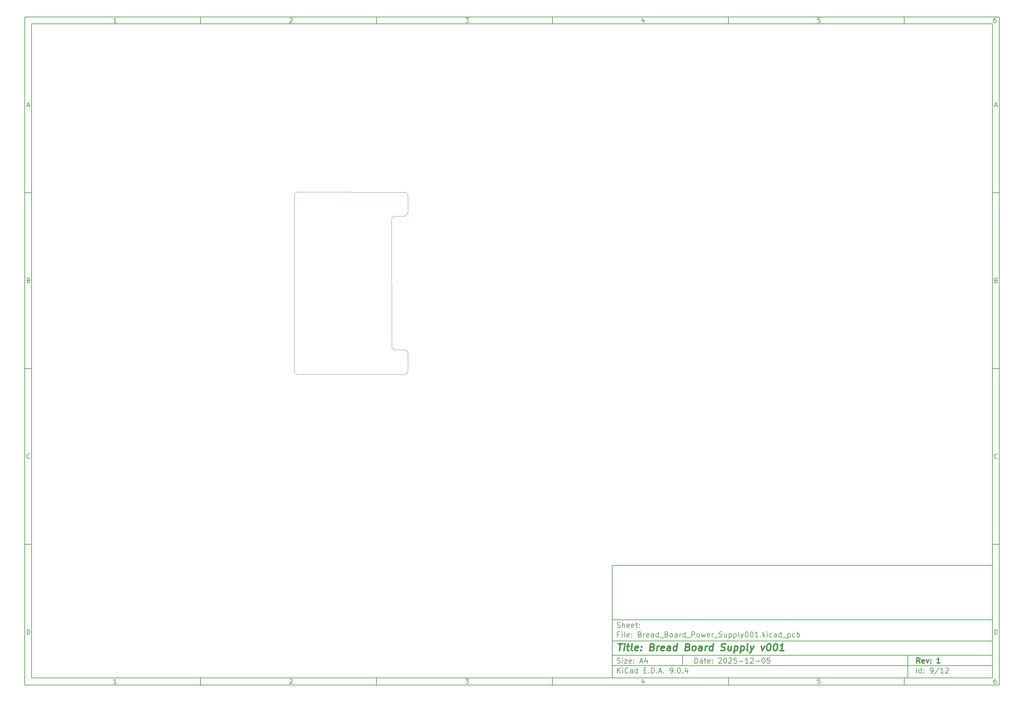
<source format=gbr>
%TF.GenerationSoftware,KiCad,Pcbnew,9.0.4*%
%TF.CreationDate,2025-12-05T21:51:26+03:30*%
%TF.ProjectId,Bread_Board_Power_Supply001,42726561-645f-4426-9f61-72645f506f77,1*%
%TF.SameCoordinates,Original*%
%TF.FileFunction,Profile,NP*%
%FSLAX46Y46*%
G04 Gerber Fmt 4.6, Leading zero omitted, Abs format (unit mm)*
G04 Created by KiCad (PCBNEW 9.0.4) date 2025-12-05 21:51:26*
%MOMM*%
%LPD*%
G01*
G04 APERTURE LIST*
%ADD10C,0.100000*%
%ADD11C,0.150000*%
%ADD12C,0.300000*%
%ADD13C,0.400000*%
%TA.AperFunction,Profile*%
%ADD14C,0.050000*%
%TD*%
G04 APERTURE END LIST*
D10*
D11*
X177002200Y-166007200D02*
X285002200Y-166007200D01*
X285002200Y-198007200D01*
X177002200Y-198007200D01*
X177002200Y-166007200D01*
D10*
D11*
X10000000Y-10000000D02*
X287002200Y-10000000D01*
X287002200Y-200007200D01*
X10000000Y-200007200D01*
X10000000Y-10000000D01*
D10*
D11*
X12000000Y-12000000D02*
X285002200Y-12000000D01*
X285002200Y-198007200D01*
X12000000Y-198007200D01*
X12000000Y-12000000D01*
D10*
D11*
X60000000Y-12000000D02*
X60000000Y-10000000D01*
D10*
D11*
X110000000Y-12000000D02*
X110000000Y-10000000D01*
D10*
D11*
X160000000Y-12000000D02*
X160000000Y-10000000D01*
D10*
D11*
X210000000Y-12000000D02*
X210000000Y-10000000D01*
D10*
D11*
X260000000Y-12000000D02*
X260000000Y-10000000D01*
D10*
D11*
X36089160Y-11593604D02*
X35346303Y-11593604D01*
X35717731Y-11593604D02*
X35717731Y-10293604D01*
X35717731Y-10293604D02*
X35593922Y-10479319D01*
X35593922Y-10479319D02*
X35470112Y-10603128D01*
X35470112Y-10603128D02*
X35346303Y-10665033D01*
D10*
D11*
X85346303Y-10417414D02*
X85408207Y-10355509D01*
X85408207Y-10355509D02*
X85532017Y-10293604D01*
X85532017Y-10293604D02*
X85841541Y-10293604D01*
X85841541Y-10293604D02*
X85965350Y-10355509D01*
X85965350Y-10355509D02*
X86027255Y-10417414D01*
X86027255Y-10417414D02*
X86089160Y-10541223D01*
X86089160Y-10541223D02*
X86089160Y-10665033D01*
X86089160Y-10665033D02*
X86027255Y-10850747D01*
X86027255Y-10850747D02*
X85284398Y-11593604D01*
X85284398Y-11593604D02*
X86089160Y-11593604D01*
D10*
D11*
X135284398Y-10293604D02*
X136089160Y-10293604D01*
X136089160Y-10293604D02*
X135655826Y-10788842D01*
X135655826Y-10788842D02*
X135841541Y-10788842D01*
X135841541Y-10788842D02*
X135965350Y-10850747D01*
X135965350Y-10850747D02*
X136027255Y-10912652D01*
X136027255Y-10912652D02*
X136089160Y-11036461D01*
X136089160Y-11036461D02*
X136089160Y-11345985D01*
X136089160Y-11345985D02*
X136027255Y-11469795D01*
X136027255Y-11469795D02*
X135965350Y-11531700D01*
X135965350Y-11531700D02*
X135841541Y-11593604D01*
X135841541Y-11593604D02*
X135470112Y-11593604D01*
X135470112Y-11593604D02*
X135346303Y-11531700D01*
X135346303Y-11531700D02*
X135284398Y-11469795D01*
D10*
D11*
X185965350Y-10726938D02*
X185965350Y-11593604D01*
X185655826Y-10231700D02*
X185346303Y-11160271D01*
X185346303Y-11160271D02*
X186151064Y-11160271D01*
D10*
D11*
X236027255Y-10293604D02*
X235408207Y-10293604D01*
X235408207Y-10293604D02*
X235346303Y-10912652D01*
X235346303Y-10912652D02*
X235408207Y-10850747D01*
X235408207Y-10850747D02*
X235532017Y-10788842D01*
X235532017Y-10788842D02*
X235841541Y-10788842D01*
X235841541Y-10788842D02*
X235965350Y-10850747D01*
X235965350Y-10850747D02*
X236027255Y-10912652D01*
X236027255Y-10912652D02*
X236089160Y-11036461D01*
X236089160Y-11036461D02*
X236089160Y-11345985D01*
X236089160Y-11345985D02*
X236027255Y-11469795D01*
X236027255Y-11469795D02*
X235965350Y-11531700D01*
X235965350Y-11531700D02*
X235841541Y-11593604D01*
X235841541Y-11593604D02*
X235532017Y-11593604D01*
X235532017Y-11593604D02*
X235408207Y-11531700D01*
X235408207Y-11531700D02*
X235346303Y-11469795D01*
D10*
D11*
X285965350Y-10293604D02*
X285717731Y-10293604D01*
X285717731Y-10293604D02*
X285593922Y-10355509D01*
X285593922Y-10355509D02*
X285532017Y-10417414D01*
X285532017Y-10417414D02*
X285408207Y-10603128D01*
X285408207Y-10603128D02*
X285346303Y-10850747D01*
X285346303Y-10850747D02*
X285346303Y-11345985D01*
X285346303Y-11345985D02*
X285408207Y-11469795D01*
X285408207Y-11469795D02*
X285470112Y-11531700D01*
X285470112Y-11531700D02*
X285593922Y-11593604D01*
X285593922Y-11593604D02*
X285841541Y-11593604D01*
X285841541Y-11593604D02*
X285965350Y-11531700D01*
X285965350Y-11531700D02*
X286027255Y-11469795D01*
X286027255Y-11469795D02*
X286089160Y-11345985D01*
X286089160Y-11345985D02*
X286089160Y-11036461D01*
X286089160Y-11036461D02*
X286027255Y-10912652D01*
X286027255Y-10912652D02*
X285965350Y-10850747D01*
X285965350Y-10850747D02*
X285841541Y-10788842D01*
X285841541Y-10788842D02*
X285593922Y-10788842D01*
X285593922Y-10788842D02*
X285470112Y-10850747D01*
X285470112Y-10850747D02*
X285408207Y-10912652D01*
X285408207Y-10912652D02*
X285346303Y-11036461D01*
D10*
D11*
X60000000Y-198007200D02*
X60000000Y-200007200D01*
D10*
D11*
X110000000Y-198007200D02*
X110000000Y-200007200D01*
D10*
D11*
X160000000Y-198007200D02*
X160000000Y-200007200D01*
D10*
D11*
X210000000Y-198007200D02*
X210000000Y-200007200D01*
D10*
D11*
X260000000Y-198007200D02*
X260000000Y-200007200D01*
D10*
D11*
X36089160Y-199600804D02*
X35346303Y-199600804D01*
X35717731Y-199600804D02*
X35717731Y-198300804D01*
X35717731Y-198300804D02*
X35593922Y-198486519D01*
X35593922Y-198486519D02*
X35470112Y-198610328D01*
X35470112Y-198610328D02*
X35346303Y-198672233D01*
D10*
D11*
X85346303Y-198424614D02*
X85408207Y-198362709D01*
X85408207Y-198362709D02*
X85532017Y-198300804D01*
X85532017Y-198300804D02*
X85841541Y-198300804D01*
X85841541Y-198300804D02*
X85965350Y-198362709D01*
X85965350Y-198362709D02*
X86027255Y-198424614D01*
X86027255Y-198424614D02*
X86089160Y-198548423D01*
X86089160Y-198548423D02*
X86089160Y-198672233D01*
X86089160Y-198672233D02*
X86027255Y-198857947D01*
X86027255Y-198857947D02*
X85284398Y-199600804D01*
X85284398Y-199600804D02*
X86089160Y-199600804D01*
D10*
D11*
X135284398Y-198300804D02*
X136089160Y-198300804D01*
X136089160Y-198300804D02*
X135655826Y-198796042D01*
X135655826Y-198796042D02*
X135841541Y-198796042D01*
X135841541Y-198796042D02*
X135965350Y-198857947D01*
X135965350Y-198857947D02*
X136027255Y-198919852D01*
X136027255Y-198919852D02*
X136089160Y-199043661D01*
X136089160Y-199043661D02*
X136089160Y-199353185D01*
X136089160Y-199353185D02*
X136027255Y-199476995D01*
X136027255Y-199476995D02*
X135965350Y-199538900D01*
X135965350Y-199538900D02*
X135841541Y-199600804D01*
X135841541Y-199600804D02*
X135470112Y-199600804D01*
X135470112Y-199600804D02*
X135346303Y-199538900D01*
X135346303Y-199538900D02*
X135284398Y-199476995D01*
D10*
D11*
X185965350Y-198734138D02*
X185965350Y-199600804D01*
X185655826Y-198238900D02*
X185346303Y-199167471D01*
X185346303Y-199167471D02*
X186151064Y-199167471D01*
D10*
D11*
X236027255Y-198300804D02*
X235408207Y-198300804D01*
X235408207Y-198300804D02*
X235346303Y-198919852D01*
X235346303Y-198919852D02*
X235408207Y-198857947D01*
X235408207Y-198857947D02*
X235532017Y-198796042D01*
X235532017Y-198796042D02*
X235841541Y-198796042D01*
X235841541Y-198796042D02*
X235965350Y-198857947D01*
X235965350Y-198857947D02*
X236027255Y-198919852D01*
X236027255Y-198919852D02*
X236089160Y-199043661D01*
X236089160Y-199043661D02*
X236089160Y-199353185D01*
X236089160Y-199353185D02*
X236027255Y-199476995D01*
X236027255Y-199476995D02*
X235965350Y-199538900D01*
X235965350Y-199538900D02*
X235841541Y-199600804D01*
X235841541Y-199600804D02*
X235532017Y-199600804D01*
X235532017Y-199600804D02*
X235408207Y-199538900D01*
X235408207Y-199538900D02*
X235346303Y-199476995D01*
D10*
D11*
X285965350Y-198300804D02*
X285717731Y-198300804D01*
X285717731Y-198300804D02*
X285593922Y-198362709D01*
X285593922Y-198362709D02*
X285532017Y-198424614D01*
X285532017Y-198424614D02*
X285408207Y-198610328D01*
X285408207Y-198610328D02*
X285346303Y-198857947D01*
X285346303Y-198857947D02*
X285346303Y-199353185D01*
X285346303Y-199353185D02*
X285408207Y-199476995D01*
X285408207Y-199476995D02*
X285470112Y-199538900D01*
X285470112Y-199538900D02*
X285593922Y-199600804D01*
X285593922Y-199600804D02*
X285841541Y-199600804D01*
X285841541Y-199600804D02*
X285965350Y-199538900D01*
X285965350Y-199538900D02*
X286027255Y-199476995D01*
X286027255Y-199476995D02*
X286089160Y-199353185D01*
X286089160Y-199353185D02*
X286089160Y-199043661D01*
X286089160Y-199043661D02*
X286027255Y-198919852D01*
X286027255Y-198919852D02*
X285965350Y-198857947D01*
X285965350Y-198857947D02*
X285841541Y-198796042D01*
X285841541Y-198796042D02*
X285593922Y-198796042D01*
X285593922Y-198796042D02*
X285470112Y-198857947D01*
X285470112Y-198857947D02*
X285408207Y-198919852D01*
X285408207Y-198919852D02*
X285346303Y-199043661D01*
D10*
D11*
X10000000Y-60000000D02*
X12000000Y-60000000D01*
D10*
D11*
X10000000Y-110000000D02*
X12000000Y-110000000D01*
D10*
D11*
X10000000Y-160000000D02*
X12000000Y-160000000D01*
D10*
D11*
X10690476Y-35222176D02*
X11309523Y-35222176D01*
X10566666Y-35593604D02*
X10999999Y-34293604D01*
X10999999Y-34293604D02*
X11433333Y-35593604D01*
D10*
D11*
X11092857Y-84912652D02*
X11278571Y-84974557D01*
X11278571Y-84974557D02*
X11340476Y-85036461D01*
X11340476Y-85036461D02*
X11402380Y-85160271D01*
X11402380Y-85160271D02*
X11402380Y-85345985D01*
X11402380Y-85345985D02*
X11340476Y-85469795D01*
X11340476Y-85469795D02*
X11278571Y-85531700D01*
X11278571Y-85531700D02*
X11154761Y-85593604D01*
X11154761Y-85593604D02*
X10659523Y-85593604D01*
X10659523Y-85593604D02*
X10659523Y-84293604D01*
X10659523Y-84293604D02*
X11092857Y-84293604D01*
X11092857Y-84293604D02*
X11216666Y-84355509D01*
X11216666Y-84355509D02*
X11278571Y-84417414D01*
X11278571Y-84417414D02*
X11340476Y-84541223D01*
X11340476Y-84541223D02*
X11340476Y-84665033D01*
X11340476Y-84665033D02*
X11278571Y-84788842D01*
X11278571Y-84788842D02*
X11216666Y-84850747D01*
X11216666Y-84850747D02*
X11092857Y-84912652D01*
X11092857Y-84912652D02*
X10659523Y-84912652D01*
D10*
D11*
X11402380Y-135469795D02*
X11340476Y-135531700D01*
X11340476Y-135531700D02*
X11154761Y-135593604D01*
X11154761Y-135593604D02*
X11030952Y-135593604D01*
X11030952Y-135593604D02*
X10845238Y-135531700D01*
X10845238Y-135531700D02*
X10721428Y-135407890D01*
X10721428Y-135407890D02*
X10659523Y-135284080D01*
X10659523Y-135284080D02*
X10597619Y-135036461D01*
X10597619Y-135036461D02*
X10597619Y-134850747D01*
X10597619Y-134850747D02*
X10659523Y-134603128D01*
X10659523Y-134603128D02*
X10721428Y-134479319D01*
X10721428Y-134479319D02*
X10845238Y-134355509D01*
X10845238Y-134355509D02*
X11030952Y-134293604D01*
X11030952Y-134293604D02*
X11154761Y-134293604D01*
X11154761Y-134293604D02*
X11340476Y-134355509D01*
X11340476Y-134355509D02*
X11402380Y-134417414D01*
D10*
D11*
X10659523Y-185593604D02*
X10659523Y-184293604D01*
X10659523Y-184293604D02*
X10969047Y-184293604D01*
X10969047Y-184293604D02*
X11154761Y-184355509D01*
X11154761Y-184355509D02*
X11278571Y-184479319D01*
X11278571Y-184479319D02*
X11340476Y-184603128D01*
X11340476Y-184603128D02*
X11402380Y-184850747D01*
X11402380Y-184850747D02*
X11402380Y-185036461D01*
X11402380Y-185036461D02*
X11340476Y-185284080D01*
X11340476Y-185284080D02*
X11278571Y-185407890D01*
X11278571Y-185407890D02*
X11154761Y-185531700D01*
X11154761Y-185531700D02*
X10969047Y-185593604D01*
X10969047Y-185593604D02*
X10659523Y-185593604D01*
D10*
D11*
X287002200Y-60000000D02*
X285002200Y-60000000D01*
D10*
D11*
X287002200Y-110000000D02*
X285002200Y-110000000D01*
D10*
D11*
X287002200Y-160000000D02*
X285002200Y-160000000D01*
D10*
D11*
X285692676Y-35222176D02*
X286311723Y-35222176D01*
X285568866Y-35593604D02*
X286002199Y-34293604D01*
X286002199Y-34293604D02*
X286435533Y-35593604D01*
D10*
D11*
X286095057Y-84912652D02*
X286280771Y-84974557D01*
X286280771Y-84974557D02*
X286342676Y-85036461D01*
X286342676Y-85036461D02*
X286404580Y-85160271D01*
X286404580Y-85160271D02*
X286404580Y-85345985D01*
X286404580Y-85345985D02*
X286342676Y-85469795D01*
X286342676Y-85469795D02*
X286280771Y-85531700D01*
X286280771Y-85531700D02*
X286156961Y-85593604D01*
X286156961Y-85593604D02*
X285661723Y-85593604D01*
X285661723Y-85593604D02*
X285661723Y-84293604D01*
X285661723Y-84293604D02*
X286095057Y-84293604D01*
X286095057Y-84293604D02*
X286218866Y-84355509D01*
X286218866Y-84355509D02*
X286280771Y-84417414D01*
X286280771Y-84417414D02*
X286342676Y-84541223D01*
X286342676Y-84541223D02*
X286342676Y-84665033D01*
X286342676Y-84665033D02*
X286280771Y-84788842D01*
X286280771Y-84788842D02*
X286218866Y-84850747D01*
X286218866Y-84850747D02*
X286095057Y-84912652D01*
X286095057Y-84912652D02*
X285661723Y-84912652D01*
D10*
D11*
X286404580Y-135469795D02*
X286342676Y-135531700D01*
X286342676Y-135531700D02*
X286156961Y-135593604D01*
X286156961Y-135593604D02*
X286033152Y-135593604D01*
X286033152Y-135593604D02*
X285847438Y-135531700D01*
X285847438Y-135531700D02*
X285723628Y-135407890D01*
X285723628Y-135407890D02*
X285661723Y-135284080D01*
X285661723Y-135284080D02*
X285599819Y-135036461D01*
X285599819Y-135036461D02*
X285599819Y-134850747D01*
X285599819Y-134850747D02*
X285661723Y-134603128D01*
X285661723Y-134603128D02*
X285723628Y-134479319D01*
X285723628Y-134479319D02*
X285847438Y-134355509D01*
X285847438Y-134355509D02*
X286033152Y-134293604D01*
X286033152Y-134293604D02*
X286156961Y-134293604D01*
X286156961Y-134293604D02*
X286342676Y-134355509D01*
X286342676Y-134355509D02*
X286404580Y-134417414D01*
D10*
D11*
X285661723Y-185593604D02*
X285661723Y-184293604D01*
X285661723Y-184293604D02*
X285971247Y-184293604D01*
X285971247Y-184293604D02*
X286156961Y-184355509D01*
X286156961Y-184355509D02*
X286280771Y-184479319D01*
X286280771Y-184479319D02*
X286342676Y-184603128D01*
X286342676Y-184603128D02*
X286404580Y-184850747D01*
X286404580Y-184850747D02*
X286404580Y-185036461D01*
X286404580Y-185036461D02*
X286342676Y-185284080D01*
X286342676Y-185284080D02*
X286280771Y-185407890D01*
X286280771Y-185407890D02*
X286156961Y-185531700D01*
X286156961Y-185531700D02*
X285971247Y-185593604D01*
X285971247Y-185593604D02*
X285661723Y-185593604D01*
D10*
D11*
X200458026Y-193793328D02*
X200458026Y-192293328D01*
X200458026Y-192293328D02*
X200815169Y-192293328D01*
X200815169Y-192293328D02*
X201029455Y-192364757D01*
X201029455Y-192364757D02*
X201172312Y-192507614D01*
X201172312Y-192507614D02*
X201243741Y-192650471D01*
X201243741Y-192650471D02*
X201315169Y-192936185D01*
X201315169Y-192936185D02*
X201315169Y-193150471D01*
X201315169Y-193150471D02*
X201243741Y-193436185D01*
X201243741Y-193436185D02*
X201172312Y-193579042D01*
X201172312Y-193579042D02*
X201029455Y-193721900D01*
X201029455Y-193721900D02*
X200815169Y-193793328D01*
X200815169Y-193793328D02*
X200458026Y-193793328D01*
X202600884Y-193793328D02*
X202600884Y-193007614D01*
X202600884Y-193007614D02*
X202529455Y-192864757D01*
X202529455Y-192864757D02*
X202386598Y-192793328D01*
X202386598Y-192793328D02*
X202100884Y-192793328D01*
X202100884Y-192793328D02*
X201958026Y-192864757D01*
X202600884Y-193721900D02*
X202458026Y-193793328D01*
X202458026Y-193793328D02*
X202100884Y-193793328D01*
X202100884Y-193793328D02*
X201958026Y-193721900D01*
X201958026Y-193721900D02*
X201886598Y-193579042D01*
X201886598Y-193579042D02*
X201886598Y-193436185D01*
X201886598Y-193436185D02*
X201958026Y-193293328D01*
X201958026Y-193293328D02*
X202100884Y-193221900D01*
X202100884Y-193221900D02*
X202458026Y-193221900D01*
X202458026Y-193221900D02*
X202600884Y-193150471D01*
X203100884Y-192793328D02*
X203672312Y-192793328D01*
X203315169Y-192293328D02*
X203315169Y-193579042D01*
X203315169Y-193579042D02*
X203386598Y-193721900D01*
X203386598Y-193721900D02*
X203529455Y-193793328D01*
X203529455Y-193793328D02*
X203672312Y-193793328D01*
X204743741Y-193721900D02*
X204600884Y-193793328D01*
X204600884Y-193793328D02*
X204315170Y-193793328D01*
X204315170Y-193793328D02*
X204172312Y-193721900D01*
X204172312Y-193721900D02*
X204100884Y-193579042D01*
X204100884Y-193579042D02*
X204100884Y-193007614D01*
X204100884Y-193007614D02*
X204172312Y-192864757D01*
X204172312Y-192864757D02*
X204315170Y-192793328D01*
X204315170Y-192793328D02*
X204600884Y-192793328D01*
X204600884Y-192793328D02*
X204743741Y-192864757D01*
X204743741Y-192864757D02*
X204815170Y-193007614D01*
X204815170Y-193007614D02*
X204815170Y-193150471D01*
X204815170Y-193150471D02*
X204100884Y-193293328D01*
X205458026Y-193650471D02*
X205529455Y-193721900D01*
X205529455Y-193721900D02*
X205458026Y-193793328D01*
X205458026Y-193793328D02*
X205386598Y-193721900D01*
X205386598Y-193721900D02*
X205458026Y-193650471D01*
X205458026Y-193650471D02*
X205458026Y-193793328D01*
X205458026Y-192864757D02*
X205529455Y-192936185D01*
X205529455Y-192936185D02*
X205458026Y-193007614D01*
X205458026Y-193007614D02*
X205386598Y-192936185D01*
X205386598Y-192936185D02*
X205458026Y-192864757D01*
X205458026Y-192864757D02*
X205458026Y-193007614D01*
X207243741Y-192436185D02*
X207315169Y-192364757D01*
X207315169Y-192364757D02*
X207458027Y-192293328D01*
X207458027Y-192293328D02*
X207815169Y-192293328D01*
X207815169Y-192293328D02*
X207958027Y-192364757D01*
X207958027Y-192364757D02*
X208029455Y-192436185D01*
X208029455Y-192436185D02*
X208100884Y-192579042D01*
X208100884Y-192579042D02*
X208100884Y-192721900D01*
X208100884Y-192721900D02*
X208029455Y-192936185D01*
X208029455Y-192936185D02*
X207172312Y-193793328D01*
X207172312Y-193793328D02*
X208100884Y-193793328D01*
X209029455Y-192293328D02*
X209172312Y-192293328D01*
X209172312Y-192293328D02*
X209315169Y-192364757D01*
X209315169Y-192364757D02*
X209386598Y-192436185D01*
X209386598Y-192436185D02*
X209458026Y-192579042D01*
X209458026Y-192579042D02*
X209529455Y-192864757D01*
X209529455Y-192864757D02*
X209529455Y-193221900D01*
X209529455Y-193221900D02*
X209458026Y-193507614D01*
X209458026Y-193507614D02*
X209386598Y-193650471D01*
X209386598Y-193650471D02*
X209315169Y-193721900D01*
X209315169Y-193721900D02*
X209172312Y-193793328D01*
X209172312Y-193793328D02*
X209029455Y-193793328D01*
X209029455Y-193793328D02*
X208886598Y-193721900D01*
X208886598Y-193721900D02*
X208815169Y-193650471D01*
X208815169Y-193650471D02*
X208743740Y-193507614D01*
X208743740Y-193507614D02*
X208672312Y-193221900D01*
X208672312Y-193221900D02*
X208672312Y-192864757D01*
X208672312Y-192864757D02*
X208743740Y-192579042D01*
X208743740Y-192579042D02*
X208815169Y-192436185D01*
X208815169Y-192436185D02*
X208886598Y-192364757D01*
X208886598Y-192364757D02*
X209029455Y-192293328D01*
X210100883Y-192436185D02*
X210172311Y-192364757D01*
X210172311Y-192364757D02*
X210315169Y-192293328D01*
X210315169Y-192293328D02*
X210672311Y-192293328D01*
X210672311Y-192293328D02*
X210815169Y-192364757D01*
X210815169Y-192364757D02*
X210886597Y-192436185D01*
X210886597Y-192436185D02*
X210958026Y-192579042D01*
X210958026Y-192579042D02*
X210958026Y-192721900D01*
X210958026Y-192721900D02*
X210886597Y-192936185D01*
X210886597Y-192936185D02*
X210029454Y-193793328D01*
X210029454Y-193793328D02*
X210958026Y-193793328D01*
X212315168Y-192293328D02*
X211600882Y-192293328D01*
X211600882Y-192293328D02*
X211529454Y-193007614D01*
X211529454Y-193007614D02*
X211600882Y-192936185D01*
X211600882Y-192936185D02*
X211743740Y-192864757D01*
X211743740Y-192864757D02*
X212100882Y-192864757D01*
X212100882Y-192864757D02*
X212243740Y-192936185D01*
X212243740Y-192936185D02*
X212315168Y-193007614D01*
X212315168Y-193007614D02*
X212386597Y-193150471D01*
X212386597Y-193150471D02*
X212386597Y-193507614D01*
X212386597Y-193507614D02*
X212315168Y-193650471D01*
X212315168Y-193650471D02*
X212243740Y-193721900D01*
X212243740Y-193721900D02*
X212100882Y-193793328D01*
X212100882Y-193793328D02*
X211743740Y-193793328D01*
X211743740Y-193793328D02*
X211600882Y-193721900D01*
X211600882Y-193721900D02*
X211529454Y-193650471D01*
X213029453Y-193221900D02*
X214172311Y-193221900D01*
X215672311Y-193793328D02*
X214815168Y-193793328D01*
X215243739Y-193793328D02*
X215243739Y-192293328D01*
X215243739Y-192293328D02*
X215100882Y-192507614D01*
X215100882Y-192507614D02*
X214958025Y-192650471D01*
X214958025Y-192650471D02*
X214815168Y-192721900D01*
X216243739Y-192436185D02*
X216315167Y-192364757D01*
X216315167Y-192364757D02*
X216458025Y-192293328D01*
X216458025Y-192293328D02*
X216815167Y-192293328D01*
X216815167Y-192293328D02*
X216958025Y-192364757D01*
X216958025Y-192364757D02*
X217029453Y-192436185D01*
X217029453Y-192436185D02*
X217100882Y-192579042D01*
X217100882Y-192579042D02*
X217100882Y-192721900D01*
X217100882Y-192721900D02*
X217029453Y-192936185D01*
X217029453Y-192936185D02*
X216172310Y-193793328D01*
X216172310Y-193793328D02*
X217100882Y-193793328D01*
X217743738Y-193221900D02*
X218886596Y-193221900D01*
X219886596Y-192293328D02*
X220029453Y-192293328D01*
X220029453Y-192293328D02*
X220172310Y-192364757D01*
X220172310Y-192364757D02*
X220243739Y-192436185D01*
X220243739Y-192436185D02*
X220315167Y-192579042D01*
X220315167Y-192579042D02*
X220386596Y-192864757D01*
X220386596Y-192864757D02*
X220386596Y-193221900D01*
X220386596Y-193221900D02*
X220315167Y-193507614D01*
X220315167Y-193507614D02*
X220243739Y-193650471D01*
X220243739Y-193650471D02*
X220172310Y-193721900D01*
X220172310Y-193721900D02*
X220029453Y-193793328D01*
X220029453Y-193793328D02*
X219886596Y-193793328D01*
X219886596Y-193793328D02*
X219743739Y-193721900D01*
X219743739Y-193721900D02*
X219672310Y-193650471D01*
X219672310Y-193650471D02*
X219600881Y-193507614D01*
X219600881Y-193507614D02*
X219529453Y-193221900D01*
X219529453Y-193221900D02*
X219529453Y-192864757D01*
X219529453Y-192864757D02*
X219600881Y-192579042D01*
X219600881Y-192579042D02*
X219672310Y-192436185D01*
X219672310Y-192436185D02*
X219743739Y-192364757D01*
X219743739Y-192364757D02*
X219886596Y-192293328D01*
X221743738Y-192293328D02*
X221029452Y-192293328D01*
X221029452Y-192293328D02*
X220958024Y-193007614D01*
X220958024Y-193007614D02*
X221029452Y-192936185D01*
X221029452Y-192936185D02*
X221172310Y-192864757D01*
X221172310Y-192864757D02*
X221529452Y-192864757D01*
X221529452Y-192864757D02*
X221672310Y-192936185D01*
X221672310Y-192936185D02*
X221743738Y-193007614D01*
X221743738Y-193007614D02*
X221815167Y-193150471D01*
X221815167Y-193150471D02*
X221815167Y-193507614D01*
X221815167Y-193507614D02*
X221743738Y-193650471D01*
X221743738Y-193650471D02*
X221672310Y-193721900D01*
X221672310Y-193721900D02*
X221529452Y-193793328D01*
X221529452Y-193793328D02*
X221172310Y-193793328D01*
X221172310Y-193793328D02*
X221029452Y-193721900D01*
X221029452Y-193721900D02*
X220958024Y-193650471D01*
D10*
D11*
X177002200Y-194507200D02*
X285002200Y-194507200D01*
D10*
D11*
X178458026Y-196593328D02*
X178458026Y-195093328D01*
X179315169Y-196593328D02*
X178672312Y-195736185D01*
X179315169Y-195093328D02*
X178458026Y-195950471D01*
X179958026Y-196593328D02*
X179958026Y-195593328D01*
X179958026Y-195093328D02*
X179886598Y-195164757D01*
X179886598Y-195164757D02*
X179958026Y-195236185D01*
X179958026Y-195236185D02*
X180029455Y-195164757D01*
X180029455Y-195164757D02*
X179958026Y-195093328D01*
X179958026Y-195093328D02*
X179958026Y-195236185D01*
X181529455Y-196450471D02*
X181458027Y-196521900D01*
X181458027Y-196521900D02*
X181243741Y-196593328D01*
X181243741Y-196593328D02*
X181100884Y-196593328D01*
X181100884Y-196593328D02*
X180886598Y-196521900D01*
X180886598Y-196521900D02*
X180743741Y-196379042D01*
X180743741Y-196379042D02*
X180672312Y-196236185D01*
X180672312Y-196236185D02*
X180600884Y-195950471D01*
X180600884Y-195950471D02*
X180600884Y-195736185D01*
X180600884Y-195736185D02*
X180672312Y-195450471D01*
X180672312Y-195450471D02*
X180743741Y-195307614D01*
X180743741Y-195307614D02*
X180886598Y-195164757D01*
X180886598Y-195164757D02*
X181100884Y-195093328D01*
X181100884Y-195093328D02*
X181243741Y-195093328D01*
X181243741Y-195093328D02*
X181458027Y-195164757D01*
X181458027Y-195164757D02*
X181529455Y-195236185D01*
X182815170Y-196593328D02*
X182815170Y-195807614D01*
X182815170Y-195807614D02*
X182743741Y-195664757D01*
X182743741Y-195664757D02*
X182600884Y-195593328D01*
X182600884Y-195593328D02*
X182315170Y-195593328D01*
X182315170Y-195593328D02*
X182172312Y-195664757D01*
X182815170Y-196521900D02*
X182672312Y-196593328D01*
X182672312Y-196593328D02*
X182315170Y-196593328D01*
X182315170Y-196593328D02*
X182172312Y-196521900D01*
X182172312Y-196521900D02*
X182100884Y-196379042D01*
X182100884Y-196379042D02*
X182100884Y-196236185D01*
X182100884Y-196236185D02*
X182172312Y-196093328D01*
X182172312Y-196093328D02*
X182315170Y-196021900D01*
X182315170Y-196021900D02*
X182672312Y-196021900D01*
X182672312Y-196021900D02*
X182815170Y-195950471D01*
X184172313Y-196593328D02*
X184172313Y-195093328D01*
X184172313Y-196521900D02*
X184029455Y-196593328D01*
X184029455Y-196593328D02*
X183743741Y-196593328D01*
X183743741Y-196593328D02*
X183600884Y-196521900D01*
X183600884Y-196521900D02*
X183529455Y-196450471D01*
X183529455Y-196450471D02*
X183458027Y-196307614D01*
X183458027Y-196307614D02*
X183458027Y-195879042D01*
X183458027Y-195879042D02*
X183529455Y-195736185D01*
X183529455Y-195736185D02*
X183600884Y-195664757D01*
X183600884Y-195664757D02*
X183743741Y-195593328D01*
X183743741Y-195593328D02*
X184029455Y-195593328D01*
X184029455Y-195593328D02*
X184172313Y-195664757D01*
X186029455Y-195807614D02*
X186529455Y-195807614D01*
X186743741Y-196593328D02*
X186029455Y-196593328D01*
X186029455Y-196593328D02*
X186029455Y-195093328D01*
X186029455Y-195093328D02*
X186743741Y-195093328D01*
X187386598Y-196450471D02*
X187458027Y-196521900D01*
X187458027Y-196521900D02*
X187386598Y-196593328D01*
X187386598Y-196593328D02*
X187315170Y-196521900D01*
X187315170Y-196521900D02*
X187386598Y-196450471D01*
X187386598Y-196450471D02*
X187386598Y-196593328D01*
X188100884Y-196593328D02*
X188100884Y-195093328D01*
X188100884Y-195093328D02*
X188458027Y-195093328D01*
X188458027Y-195093328D02*
X188672313Y-195164757D01*
X188672313Y-195164757D02*
X188815170Y-195307614D01*
X188815170Y-195307614D02*
X188886599Y-195450471D01*
X188886599Y-195450471D02*
X188958027Y-195736185D01*
X188958027Y-195736185D02*
X188958027Y-195950471D01*
X188958027Y-195950471D02*
X188886599Y-196236185D01*
X188886599Y-196236185D02*
X188815170Y-196379042D01*
X188815170Y-196379042D02*
X188672313Y-196521900D01*
X188672313Y-196521900D02*
X188458027Y-196593328D01*
X188458027Y-196593328D02*
X188100884Y-196593328D01*
X189600884Y-196450471D02*
X189672313Y-196521900D01*
X189672313Y-196521900D02*
X189600884Y-196593328D01*
X189600884Y-196593328D02*
X189529456Y-196521900D01*
X189529456Y-196521900D02*
X189600884Y-196450471D01*
X189600884Y-196450471D02*
X189600884Y-196593328D01*
X190243742Y-196164757D02*
X190958028Y-196164757D01*
X190100885Y-196593328D02*
X190600885Y-195093328D01*
X190600885Y-195093328D02*
X191100885Y-196593328D01*
X191600884Y-196450471D02*
X191672313Y-196521900D01*
X191672313Y-196521900D02*
X191600884Y-196593328D01*
X191600884Y-196593328D02*
X191529456Y-196521900D01*
X191529456Y-196521900D02*
X191600884Y-196450471D01*
X191600884Y-196450471D02*
X191600884Y-196593328D01*
X193529456Y-196593328D02*
X193815170Y-196593328D01*
X193815170Y-196593328D02*
X193958027Y-196521900D01*
X193958027Y-196521900D02*
X194029456Y-196450471D01*
X194029456Y-196450471D02*
X194172313Y-196236185D01*
X194172313Y-196236185D02*
X194243742Y-195950471D01*
X194243742Y-195950471D02*
X194243742Y-195379042D01*
X194243742Y-195379042D02*
X194172313Y-195236185D01*
X194172313Y-195236185D02*
X194100885Y-195164757D01*
X194100885Y-195164757D02*
X193958027Y-195093328D01*
X193958027Y-195093328D02*
X193672313Y-195093328D01*
X193672313Y-195093328D02*
X193529456Y-195164757D01*
X193529456Y-195164757D02*
X193458027Y-195236185D01*
X193458027Y-195236185D02*
X193386599Y-195379042D01*
X193386599Y-195379042D02*
X193386599Y-195736185D01*
X193386599Y-195736185D02*
X193458027Y-195879042D01*
X193458027Y-195879042D02*
X193529456Y-195950471D01*
X193529456Y-195950471D02*
X193672313Y-196021900D01*
X193672313Y-196021900D02*
X193958027Y-196021900D01*
X193958027Y-196021900D02*
X194100885Y-195950471D01*
X194100885Y-195950471D02*
X194172313Y-195879042D01*
X194172313Y-195879042D02*
X194243742Y-195736185D01*
X194886598Y-196450471D02*
X194958027Y-196521900D01*
X194958027Y-196521900D02*
X194886598Y-196593328D01*
X194886598Y-196593328D02*
X194815170Y-196521900D01*
X194815170Y-196521900D02*
X194886598Y-196450471D01*
X194886598Y-196450471D02*
X194886598Y-196593328D01*
X195886599Y-195093328D02*
X196029456Y-195093328D01*
X196029456Y-195093328D02*
X196172313Y-195164757D01*
X196172313Y-195164757D02*
X196243742Y-195236185D01*
X196243742Y-195236185D02*
X196315170Y-195379042D01*
X196315170Y-195379042D02*
X196386599Y-195664757D01*
X196386599Y-195664757D02*
X196386599Y-196021900D01*
X196386599Y-196021900D02*
X196315170Y-196307614D01*
X196315170Y-196307614D02*
X196243742Y-196450471D01*
X196243742Y-196450471D02*
X196172313Y-196521900D01*
X196172313Y-196521900D02*
X196029456Y-196593328D01*
X196029456Y-196593328D02*
X195886599Y-196593328D01*
X195886599Y-196593328D02*
X195743742Y-196521900D01*
X195743742Y-196521900D02*
X195672313Y-196450471D01*
X195672313Y-196450471D02*
X195600884Y-196307614D01*
X195600884Y-196307614D02*
X195529456Y-196021900D01*
X195529456Y-196021900D02*
X195529456Y-195664757D01*
X195529456Y-195664757D02*
X195600884Y-195379042D01*
X195600884Y-195379042D02*
X195672313Y-195236185D01*
X195672313Y-195236185D02*
X195743742Y-195164757D01*
X195743742Y-195164757D02*
X195886599Y-195093328D01*
X197029455Y-196450471D02*
X197100884Y-196521900D01*
X197100884Y-196521900D02*
X197029455Y-196593328D01*
X197029455Y-196593328D02*
X196958027Y-196521900D01*
X196958027Y-196521900D02*
X197029455Y-196450471D01*
X197029455Y-196450471D02*
X197029455Y-196593328D01*
X198386599Y-195593328D02*
X198386599Y-196593328D01*
X198029456Y-195021900D02*
X197672313Y-196093328D01*
X197672313Y-196093328D02*
X198600884Y-196093328D01*
D10*
D11*
X177002200Y-191507200D02*
X285002200Y-191507200D01*
D10*
D12*
X264413853Y-193785528D02*
X263913853Y-193071242D01*
X263556710Y-193785528D02*
X263556710Y-192285528D01*
X263556710Y-192285528D02*
X264128139Y-192285528D01*
X264128139Y-192285528D02*
X264270996Y-192356957D01*
X264270996Y-192356957D02*
X264342425Y-192428385D01*
X264342425Y-192428385D02*
X264413853Y-192571242D01*
X264413853Y-192571242D02*
X264413853Y-192785528D01*
X264413853Y-192785528D02*
X264342425Y-192928385D01*
X264342425Y-192928385D02*
X264270996Y-192999814D01*
X264270996Y-192999814D02*
X264128139Y-193071242D01*
X264128139Y-193071242D02*
X263556710Y-193071242D01*
X265628139Y-193714100D02*
X265485282Y-193785528D01*
X265485282Y-193785528D02*
X265199568Y-193785528D01*
X265199568Y-193785528D02*
X265056710Y-193714100D01*
X265056710Y-193714100D02*
X264985282Y-193571242D01*
X264985282Y-193571242D02*
X264985282Y-192999814D01*
X264985282Y-192999814D02*
X265056710Y-192856957D01*
X265056710Y-192856957D02*
X265199568Y-192785528D01*
X265199568Y-192785528D02*
X265485282Y-192785528D01*
X265485282Y-192785528D02*
X265628139Y-192856957D01*
X265628139Y-192856957D02*
X265699568Y-192999814D01*
X265699568Y-192999814D02*
X265699568Y-193142671D01*
X265699568Y-193142671D02*
X264985282Y-193285528D01*
X266199567Y-192785528D02*
X266556710Y-193785528D01*
X266556710Y-193785528D02*
X266913853Y-192785528D01*
X267485281Y-193642671D02*
X267556710Y-193714100D01*
X267556710Y-193714100D02*
X267485281Y-193785528D01*
X267485281Y-193785528D02*
X267413853Y-193714100D01*
X267413853Y-193714100D02*
X267485281Y-193642671D01*
X267485281Y-193642671D02*
X267485281Y-193785528D01*
X267485281Y-192856957D02*
X267556710Y-192928385D01*
X267556710Y-192928385D02*
X267485281Y-192999814D01*
X267485281Y-192999814D02*
X267413853Y-192928385D01*
X267413853Y-192928385D02*
X267485281Y-192856957D01*
X267485281Y-192856957D02*
X267485281Y-192999814D01*
X270128139Y-193785528D02*
X269270996Y-193785528D01*
X269699567Y-193785528D02*
X269699567Y-192285528D01*
X269699567Y-192285528D02*
X269556710Y-192499814D01*
X269556710Y-192499814D02*
X269413853Y-192642671D01*
X269413853Y-192642671D02*
X269270996Y-192714100D01*
D10*
D11*
X178386598Y-193721900D02*
X178600884Y-193793328D01*
X178600884Y-193793328D02*
X178958026Y-193793328D01*
X178958026Y-193793328D02*
X179100884Y-193721900D01*
X179100884Y-193721900D02*
X179172312Y-193650471D01*
X179172312Y-193650471D02*
X179243741Y-193507614D01*
X179243741Y-193507614D02*
X179243741Y-193364757D01*
X179243741Y-193364757D02*
X179172312Y-193221900D01*
X179172312Y-193221900D02*
X179100884Y-193150471D01*
X179100884Y-193150471D02*
X178958026Y-193079042D01*
X178958026Y-193079042D02*
X178672312Y-193007614D01*
X178672312Y-193007614D02*
X178529455Y-192936185D01*
X178529455Y-192936185D02*
X178458026Y-192864757D01*
X178458026Y-192864757D02*
X178386598Y-192721900D01*
X178386598Y-192721900D02*
X178386598Y-192579042D01*
X178386598Y-192579042D02*
X178458026Y-192436185D01*
X178458026Y-192436185D02*
X178529455Y-192364757D01*
X178529455Y-192364757D02*
X178672312Y-192293328D01*
X178672312Y-192293328D02*
X179029455Y-192293328D01*
X179029455Y-192293328D02*
X179243741Y-192364757D01*
X179886597Y-193793328D02*
X179886597Y-192793328D01*
X179886597Y-192293328D02*
X179815169Y-192364757D01*
X179815169Y-192364757D02*
X179886597Y-192436185D01*
X179886597Y-192436185D02*
X179958026Y-192364757D01*
X179958026Y-192364757D02*
X179886597Y-192293328D01*
X179886597Y-192293328D02*
X179886597Y-192436185D01*
X180458026Y-192793328D02*
X181243741Y-192793328D01*
X181243741Y-192793328D02*
X180458026Y-193793328D01*
X180458026Y-193793328D02*
X181243741Y-193793328D01*
X182386598Y-193721900D02*
X182243741Y-193793328D01*
X182243741Y-193793328D02*
X181958027Y-193793328D01*
X181958027Y-193793328D02*
X181815169Y-193721900D01*
X181815169Y-193721900D02*
X181743741Y-193579042D01*
X181743741Y-193579042D02*
X181743741Y-193007614D01*
X181743741Y-193007614D02*
X181815169Y-192864757D01*
X181815169Y-192864757D02*
X181958027Y-192793328D01*
X181958027Y-192793328D02*
X182243741Y-192793328D01*
X182243741Y-192793328D02*
X182386598Y-192864757D01*
X182386598Y-192864757D02*
X182458027Y-193007614D01*
X182458027Y-193007614D02*
X182458027Y-193150471D01*
X182458027Y-193150471D02*
X181743741Y-193293328D01*
X183100883Y-193650471D02*
X183172312Y-193721900D01*
X183172312Y-193721900D02*
X183100883Y-193793328D01*
X183100883Y-193793328D02*
X183029455Y-193721900D01*
X183029455Y-193721900D02*
X183100883Y-193650471D01*
X183100883Y-193650471D02*
X183100883Y-193793328D01*
X183100883Y-192864757D02*
X183172312Y-192936185D01*
X183172312Y-192936185D02*
X183100883Y-193007614D01*
X183100883Y-193007614D02*
X183029455Y-192936185D01*
X183029455Y-192936185D02*
X183100883Y-192864757D01*
X183100883Y-192864757D02*
X183100883Y-193007614D01*
X184886598Y-193364757D02*
X185600884Y-193364757D01*
X184743741Y-193793328D02*
X185243741Y-192293328D01*
X185243741Y-192293328D02*
X185743741Y-193793328D01*
X186886598Y-192793328D02*
X186886598Y-193793328D01*
X186529455Y-192221900D02*
X186172312Y-193293328D01*
X186172312Y-193293328D02*
X187100883Y-193293328D01*
D10*
D11*
X263458026Y-196593328D02*
X263458026Y-195093328D01*
X264815170Y-196593328D02*
X264815170Y-195093328D01*
X264815170Y-196521900D02*
X264672312Y-196593328D01*
X264672312Y-196593328D02*
X264386598Y-196593328D01*
X264386598Y-196593328D02*
X264243741Y-196521900D01*
X264243741Y-196521900D02*
X264172312Y-196450471D01*
X264172312Y-196450471D02*
X264100884Y-196307614D01*
X264100884Y-196307614D02*
X264100884Y-195879042D01*
X264100884Y-195879042D02*
X264172312Y-195736185D01*
X264172312Y-195736185D02*
X264243741Y-195664757D01*
X264243741Y-195664757D02*
X264386598Y-195593328D01*
X264386598Y-195593328D02*
X264672312Y-195593328D01*
X264672312Y-195593328D02*
X264815170Y-195664757D01*
X265529455Y-196450471D02*
X265600884Y-196521900D01*
X265600884Y-196521900D02*
X265529455Y-196593328D01*
X265529455Y-196593328D02*
X265458027Y-196521900D01*
X265458027Y-196521900D02*
X265529455Y-196450471D01*
X265529455Y-196450471D02*
X265529455Y-196593328D01*
X265529455Y-195664757D02*
X265600884Y-195736185D01*
X265600884Y-195736185D02*
X265529455Y-195807614D01*
X265529455Y-195807614D02*
X265458027Y-195736185D01*
X265458027Y-195736185D02*
X265529455Y-195664757D01*
X265529455Y-195664757D02*
X265529455Y-195807614D01*
X267458027Y-196593328D02*
X267743741Y-196593328D01*
X267743741Y-196593328D02*
X267886598Y-196521900D01*
X267886598Y-196521900D02*
X267958027Y-196450471D01*
X267958027Y-196450471D02*
X268100884Y-196236185D01*
X268100884Y-196236185D02*
X268172313Y-195950471D01*
X268172313Y-195950471D02*
X268172313Y-195379042D01*
X268172313Y-195379042D02*
X268100884Y-195236185D01*
X268100884Y-195236185D02*
X268029456Y-195164757D01*
X268029456Y-195164757D02*
X267886598Y-195093328D01*
X267886598Y-195093328D02*
X267600884Y-195093328D01*
X267600884Y-195093328D02*
X267458027Y-195164757D01*
X267458027Y-195164757D02*
X267386598Y-195236185D01*
X267386598Y-195236185D02*
X267315170Y-195379042D01*
X267315170Y-195379042D02*
X267315170Y-195736185D01*
X267315170Y-195736185D02*
X267386598Y-195879042D01*
X267386598Y-195879042D02*
X267458027Y-195950471D01*
X267458027Y-195950471D02*
X267600884Y-196021900D01*
X267600884Y-196021900D02*
X267886598Y-196021900D01*
X267886598Y-196021900D02*
X268029456Y-195950471D01*
X268029456Y-195950471D02*
X268100884Y-195879042D01*
X268100884Y-195879042D02*
X268172313Y-195736185D01*
X269886598Y-195021900D02*
X268600884Y-196950471D01*
X271172313Y-196593328D02*
X270315170Y-196593328D01*
X270743741Y-196593328D02*
X270743741Y-195093328D01*
X270743741Y-195093328D02*
X270600884Y-195307614D01*
X270600884Y-195307614D02*
X270458027Y-195450471D01*
X270458027Y-195450471D02*
X270315170Y-195521900D01*
X271743741Y-195236185D02*
X271815169Y-195164757D01*
X271815169Y-195164757D02*
X271958027Y-195093328D01*
X271958027Y-195093328D02*
X272315169Y-195093328D01*
X272315169Y-195093328D02*
X272458027Y-195164757D01*
X272458027Y-195164757D02*
X272529455Y-195236185D01*
X272529455Y-195236185D02*
X272600884Y-195379042D01*
X272600884Y-195379042D02*
X272600884Y-195521900D01*
X272600884Y-195521900D02*
X272529455Y-195736185D01*
X272529455Y-195736185D02*
X271672312Y-196593328D01*
X271672312Y-196593328D02*
X272600884Y-196593328D01*
D10*
D11*
X177002200Y-187507200D02*
X285002200Y-187507200D01*
D10*
D13*
X178693928Y-188211638D02*
X179836785Y-188211638D01*
X179015357Y-190211638D02*
X179265357Y-188211638D01*
X180253452Y-190211638D02*
X180420119Y-188878304D01*
X180503452Y-188211638D02*
X180396309Y-188306876D01*
X180396309Y-188306876D02*
X180479643Y-188402114D01*
X180479643Y-188402114D02*
X180586786Y-188306876D01*
X180586786Y-188306876D02*
X180503452Y-188211638D01*
X180503452Y-188211638D02*
X180479643Y-188402114D01*
X181086786Y-188878304D02*
X181848690Y-188878304D01*
X181455833Y-188211638D02*
X181241548Y-189925923D01*
X181241548Y-189925923D02*
X181312976Y-190116400D01*
X181312976Y-190116400D02*
X181491548Y-190211638D01*
X181491548Y-190211638D02*
X181682024Y-190211638D01*
X182634405Y-190211638D02*
X182455833Y-190116400D01*
X182455833Y-190116400D02*
X182384405Y-189925923D01*
X182384405Y-189925923D02*
X182598690Y-188211638D01*
X184170119Y-190116400D02*
X183967738Y-190211638D01*
X183967738Y-190211638D02*
X183586785Y-190211638D01*
X183586785Y-190211638D02*
X183408214Y-190116400D01*
X183408214Y-190116400D02*
X183336785Y-189925923D01*
X183336785Y-189925923D02*
X183432024Y-189164019D01*
X183432024Y-189164019D02*
X183551071Y-188973542D01*
X183551071Y-188973542D02*
X183753452Y-188878304D01*
X183753452Y-188878304D02*
X184134404Y-188878304D01*
X184134404Y-188878304D02*
X184312976Y-188973542D01*
X184312976Y-188973542D02*
X184384404Y-189164019D01*
X184384404Y-189164019D02*
X184360595Y-189354495D01*
X184360595Y-189354495D02*
X183384404Y-189544971D01*
X185134405Y-190021161D02*
X185217738Y-190116400D01*
X185217738Y-190116400D02*
X185110595Y-190211638D01*
X185110595Y-190211638D02*
X185027262Y-190116400D01*
X185027262Y-190116400D02*
X185134405Y-190021161D01*
X185134405Y-190021161D02*
X185110595Y-190211638D01*
X185265357Y-188973542D02*
X185348690Y-189068780D01*
X185348690Y-189068780D02*
X185241548Y-189164019D01*
X185241548Y-189164019D02*
X185158214Y-189068780D01*
X185158214Y-189068780D02*
X185265357Y-188973542D01*
X185265357Y-188973542D02*
X185241548Y-189164019D01*
X188384405Y-189164019D02*
X188658215Y-189259257D01*
X188658215Y-189259257D02*
X188741548Y-189354495D01*
X188741548Y-189354495D02*
X188812977Y-189544971D01*
X188812977Y-189544971D02*
X188777262Y-189830685D01*
X188777262Y-189830685D02*
X188658215Y-190021161D01*
X188658215Y-190021161D02*
X188551072Y-190116400D01*
X188551072Y-190116400D02*
X188348691Y-190211638D01*
X188348691Y-190211638D02*
X187586786Y-190211638D01*
X187586786Y-190211638D02*
X187836786Y-188211638D01*
X187836786Y-188211638D02*
X188503453Y-188211638D01*
X188503453Y-188211638D02*
X188682024Y-188306876D01*
X188682024Y-188306876D02*
X188765358Y-188402114D01*
X188765358Y-188402114D02*
X188836786Y-188592590D01*
X188836786Y-188592590D02*
X188812977Y-188783066D01*
X188812977Y-188783066D02*
X188693929Y-188973542D01*
X188693929Y-188973542D02*
X188586786Y-189068780D01*
X188586786Y-189068780D02*
X188384405Y-189164019D01*
X188384405Y-189164019D02*
X187717739Y-189164019D01*
X189586786Y-190211638D02*
X189753453Y-188878304D01*
X189705834Y-189259257D02*
X189824881Y-189068780D01*
X189824881Y-189068780D02*
X189932024Y-188973542D01*
X189932024Y-188973542D02*
X190134405Y-188878304D01*
X190134405Y-188878304D02*
X190324881Y-188878304D01*
X191598691Y-190116400D02*
X191396310Y-190211638D01*
X191396310Y-190211638D02*
X191015357Y-190211638D01*
X191015357Y-190211638D02*
X190836786Y-190116400D01*
X190836786Y-190116400D02*
X190765357Y-189925923D01*
X190765357Y-189925923D02*
X190860596Y-189164019D01*
X190860596Y-189164019D02*
X190979643Y-188973542D01*
X190979643Y-188973542D02*
X191182024Y-188878304D01*
X191182024Y-188878304D02*
X191562976Y-188878304D01*
X191562976Y-188878304D02*
X191741548Y-188973542D01*
X191741548Y-188973542D02*
X191812976Y-189164019D01*
X191812976Y-189164019D02*
X191789167Y-189354495D01*
X191789167Y-189354495D02*
X190812976Y-189544971D01*
X193396310Y-190211638D02*
X193527262Y-189164019D01*
X193527262Y-189164019D02*
X193455834Y-188973542D01*
X193455834Y-188973542D02*
X193277262Y-188878304D01*
X193277262Y-188878304D02*
X192896310Y-188878304D01*
X192896310Y-188878304D02*
X192693929Y-188973542D01*
X193408215Y-190116400D02*
X193205834Y-190211638D01*
X193205834Y-190211638D02*
X192729643Y-190211638D01*
X192729643Y-190211638D02*
X192551072Y-190116400D01*
X192551072Y-190116400D02*
X192479643Y-189925923D01*
X192479643Y-189925923D02*
X192503453Y-189735447D01*
X192503453Y-189735447D02*
X192622501Y-189544971D01*
X192622501Y-189544971D02*
X192824882Y-189449733D01*
X192824882Y-189449733D02*
X193301072Y-189449733D01*
X193301072Y-189449733D02*
X193503453Y-189354495D01*
X195205834Y-190211638D02*
X195455834Y-188211638D01*
X195217739Y-190116400D02*
X195015358Y-190211638D01*
X195015358Y-190211638D02*
X194634406Y-190211638D01*
X194634406Y-190211638D02*
X194455834Y-190116400D01*
X194455834Y-190116400D02*
X194372501Y-190021161D01*
X194372501Y-190021161D02*
X194301072Y-189830685D01*
X194301072Y-189830685D02*
X194372501Y-189259257D01*
X194372501Y-189259257D02*
X194491548Y-189068780D01*
X194491548Y-189068780D02*
X194598691Y-188973542D01*
X194598691Y-188973542D02*
X194801072Y-188878304D01*
X194801072Y-188878304D02*
X195182025Y-188878304D01*
X195182025Y-188878304D02*
X195360596Y-188973542D01*
X198479644Y-189164019D02*
X198753454Y-189259257D01*
X198753454Y-189259257D02*
X198836787Y-189354495D01*
X198836787Y-189354495D02*
X198908216Y-189544971D01*
X198908216Y-189544971D02*
X198872501Y-189830685D01*
X198872501Y-189830685D02*
X198753454Y-190021161D01*
X198753454Y-190021161D02*
X198646311Y-190116400D01*
X198646311Y-190116400D02*
X198443930Y-190211638D01*
X198443930Y-190211638D02*
X197682025Y-190211638D01*
X197682025Y-190211638D02*
X197932025Y-188211638D01*
X197932025Y-188211638D02*
X198598692Y-188211638D01*
X198598692Y-188211638D02*
X198777263Y-188306876D01*
X198777263Y-188306876D02*
X198860597Y-188402114D01*
X198860597Y-188402114D02*
X198932025Y-188592590D01*
X198932025Y-188592590D02*
X198908216Y-188783066D01*
X198908216Y-188783066D02*
X198789168Y-188973542D01*
X198789168Y-188973542D02*
X198682025Y-189068780D01*
X198682025Y-189068780D02*
X198479644Y-189164019D01*
X198479644Y-189164019D02*
X197812978Y-189164019D01*
X199967740Y-190211638D02*
X199789168Y-190116400D01*
X199789168Y-190116400D02*
X199705835Y-190021161D01*
X199705835Y-190021161D02*
X199634406Y-189830685D01*
X199634406Y-189830685D02*
X199705835Y-189259257D01*
X199705835Y-189259257D02*
X199824882Y-189068780D01*
X199824882Y-189068780D02*
X199932025Y-188973542D01*
X199932025Y-188973542D02*
X200134406Y-188878304D01*
X200134406Y-188878304D02*
X200420120Y-188878304D01*
X200420120Y-188878304D02*
X200598692Y-188973542D01*
X200598692Y-188973542D02*
X200682025Y-189068780D01*
X200682025Y-189068780D02*
X200753454Y-189259257D01*
X200753454Y-189259257D02*
X200682025Y-189830685D01*
X200682025Y-189830685D02*
X200562978Y-190021161D01*
X200562978Y-190021161D02*
X200455835Y-190116400D01*
X200455835Y-190116400D02*
X200253454Y-190211638D01*
X200253454Y-190211638D02*
X199967740Y-190211638D01*
X202348692Y-190211638D02*
X202479644Y-189164019D01*
X202479644Y-189164019D02*
X202408216Y-188973542D01*
X202408216Y-188973542D02*
X202229644Y-188878304D01*
X202229644Y-188878304D02*
X201848692Y-188878304D01*
X201848692Y-188878304D02*
X201646311Y-188973542D01*
X202360597Y-190116400D02*
X202158216Y-190211638D01*
X202158216Y-190211638D02*
X201682025Y-190211638D01*
X201682025Y-190211638D02*
X201503454Y-190116400D01*
X201503454Y-190116400D02*
X201432025Y-189925923D01*
X201432025Y-189925923D02*
X201455835Y-189735447D01*
X201455835Y-189735447D02*
X201574883Y-189544971D01*
X201574883Y-189544971D02*
X201777264Y-189449733D01*
X201777264Y-189449733D02*
X202253454Y-189449733D01*
X202253454Y-189449733D02*
X202455835Y-189354495D01*
X203301073Y-190211638D02*
X203467740Y-188878304D01*
X203420121Y-189259257D02*
X203539168Y-189068780D01*
X203539168Y-189068780D02*
X203646311Y-188973542D01*
X203646311Y-188973542D02*
X203848692Y-188878304D01*
X203848692Y-188878304D02*
X204039168Y-188878304D01*
X205396311Y-190211638D02*
X205646311Y-188211638D01*
X205408216Y-190116400D02*
X205205835Y-190211638D01*
X205205835Y-190211638D02*
X204824883Y-190211638D01*
X204824883Y-190211638D02*
X204646311Y-190116400D01*
X204646311Y-190116400D02*
X204562978Y-190021161D01*
X204562978Y-190021161D02*
X204491549Y-189830685D01*
X204491549Y-189830685D02*
X204562978Y-189259257D01*
X204562978Y-189259257D02*
X204682025Y-189068780D01*
X204682025Y-189068780D02*
X204789168Y-188973542D01*
X204789168Y-188973542D02*
X204991549Y-188878304D01*
X204991549Y-188878304D02*
X205372502Y-188878304D01*
X205372502Y-188878304D02*
X205551073Y-188973542D01*
X207789169Y-190116400D02*
X208062978Y-190211638D01*
X208062978Y-190211638D02*
X208539169Y-190211638D01*
X208539169Y-190211638D02*
X208741550Y-190116400D01*
X208741550Y-190116400D02*
X208848693Y-190021161D01*
X208848693Y-190021161D02*
X208967740Y-189830685D01*
X208967740Y-189830685D02*
X208991550Y-189640209D01*
X208991550Y-189640209D02*
X208920121Y-189449733D01*
X208920121Y-189449733D02*
X208836788Y-189354495D01*
X208836788Y-189354495D02*
X208658217Y-189259257D01*
X208658217Y-189259257D02*
X208289169Y-189164019D01*
X208289169Y-189164019D02*
X208110597Y-189068780D01*
X208110597Y-189068780D02*
X208027264Y-188973542D01*
X208027264Y-188973542D02*
X207955836Y-188783066D01*
X207955836Y-188783066D02*
X207979645Y-188592590D01*
X207979645Y-188592590D02*
X208098693Y-188402114D01*
X208098693Y-188402114D02*
X208205836Y-188306876D01*
X208205836Y-188306876D02*
X208408217Y-188211638D01*
X208408217Y-188211638D02*
X208884407Y-188211638D01*
X208884407Y-188211638D02*
X209158217Y-188306876D01*
X210801074Y-188878304D02*
X210634407Y-190211638D01*
X209943931Y-188878304D02*
X209812979Y-189925923D01*
X209812979Y-189925923D02*
X209884407Y-190116400D01*
X209884407Y-190116400D02*
X210062979Y-190211638D01*
X210062979Y-190211638D02*
X210348693Y-190211638D01*
X210348693Y-190211638D02*
X210551074Y-190116400D01*
X210551074Y-190116400D02*
X210658217Y-190021161D01*
X211753455Y-188878304D02*
X211503455Y-190878304D01*
X211741550Y-188973542D02*
X211943931Y-188878304D01*
X211943931Y-188878304D02*
X212324883Y-188878304D01*
X212324883Y-188878304D02*
X212503455Y-188973542D01*
X212503455Y-188973542D02*
X212586788Y-189068780D01*
X212586788Y-189068780D02*
X212658217Y-189259257D01*
X212658217Y-189259257D02*
X212586788Y-189830685D01*
X212586788Y-189830685D02*
X212467741Y-190021161D01*
X212467741Y-190021161D02*
X212360598Y-190116400D01*
X212360598Y-190116400D02*
X212158217Y-190211638D01*
X212158217Y-190211638D02*
X211777264Y-190211638D01*
X211777264Y-190211638D02*
X211598693Y-190116400D01*
X213562979Y-188878304D02*
X213312979Y-190878304D01*
X213551074Y-188973542D02*
X213753455Y-188878304D01*
X213753455Y-188878304D02*
X214134407Y-188878304D01*
X214134407Y-188878304D02*
X214312979Y-188973542D01*
X214312979Y-188973542D02*
X214396312Y-189068780D01*
X214396312Y-189068780D02*
X214467741Y-189259257D01*
X214467741Y-189259257D02*
X214396312Y-189830685D01*
X214396312Y-189830685D02*
X214277265Y-190021161D01*
X214277265Y-190021161D02*
X214170122Y-190116400D01*
X214170122Y-190116400D02*
X213967741Y-190211638D01*
X213967741Y-190211638D02*
X213586788Y-190211638D01*
X213586788Y-190211638D02*
X213408217Y-190116400D01*
X215491551Y-190211638D02*
X215312979Y-190116400D01*
X215312979Y-190116400D02*
X215241551Y-189925923D01*
X215241551Y-189925923D02*
X215455836Y-188211638D01*
X216229646Y-188878304D02*
X216539170Y-190211638D01*
X217182027Y-188878304D02*
X216539170Y-190211638D01*
X216539170Y-190211638D02*
X216289170Y-190687828D01*
X216289170Y-190687828D02*
X216182027Y-190783066D01*
X216182027Y-190783066D02*
X215979646Y-190878304D01*
X219277266Y-188878304D02*
X219586790Y-190211638D01*
X219586790Y-190211638D02*
X220229647Y-188878304D01*
X221455838Y-188211638D02*
X221646314Y-188211638D01*
X221646314Y-188211638D02*
X221824885Y-188306876D01*
X221824885Y-188306876D02*
X221908219Y-188402114D01*
X221908219Y-188402114D02*
X221979647Y-188592590D01*
X221979647Y-188592590D02*
X222027266Y-188973542D01*
X222027266Y-188973542D02*
X221967742Y-189449733D01*
X221967742Y-189449733D02*
X221824885Y-189830685D01*
X221824885Y-189830685D02*
X221705838Y-190021161D01*
X221705838Y-190021161D02*
X221598695Y-190116400D01*
X221598695Y-190116400D02*
X221396314Y-190211638D01*
X221396314Y-190211638D02*
X221205838Y-190211638D01*
X221205838Y-190211638D02*
X221027266Y-190116400D01*
X221027266Y-190116400D02*
X220943933Y-190021161D01*
X220943933Y-190021161D02*
X220872504Y-189830685D01*
X220872504Y-189830685D02*
X220824885Y-189449733D01*
X220824885Y-189449733D02*
X220884409Y-188973542D01*
X220884409Y-188973542D02*
X221027266Y-188592590D01*
X221027266Y-188592590D02*
X221146314Y-188402114D01*
X221146314Y-188402114D02*
X221253457Y-188306876D01*
X221253457Y-188306876D02*
X221455838Y-188211638D01*
X223360600Y-188211638D02*
X223551076Y-188211638D01*
X223551076Y-188211638D02*
X223729647Y-188306876D01*
X223729647Y-188306876D02*
X223812981Y-188402114D01*
X223812981Y-188402114D02*
X223884409Y-188592590D01*
X223884409Y-188592590D02*
X223932028Y-188973542D01*
X223932028Y-188973542D02*
X223872504Y-189449733D01*
X223872504Y-189449733D02*
X223729647Y-189830685D01*
X223729647Y-189830685D02*
X223610600Y-190021161D01*
X223610600Y-190021161D02*
X223503457Y-190116400D01*
X223503457Y-190116400D02*
X223301076Y-190211638D01*
X223301076Y-190211638D02*
X223110600Y-190211638D01*
X223110600Y-190211638D02*
X222932028Y-190116400D01*
X222932028Y-190116400D02*
X222848695Y-190021161D01*
X222848695Y-190021161D02*
X222777266Y-189830685D01*
X222777266Y-189830685D02*
X222729647Y-189449733D01*
X222729647Y-189449733D02*
X222789171Y-188973542D01*
X222789171Y-188973542D02*
X222932028Y-188592590D01*
X222932028Y-188592590D02*
X223051076Y-188402114D01*
X223051076Y-188402114D02*
X223158219Y-188306876D01*
X223158219Y-188306876D02*
X223360600Y-188211638D01*
X225682028Y-190211638D02*
X224539171Y-190211638D01*
X225110600Y-190211638D02*
X225360600Y-188211638D01*
X225360600Y-188211638D02*
X225134409Y-188497352D01*
X225134409Y-188497352D02*
X224920124Y-188687828D01*
X224920124Y-188687828D02*
X224717743Y-188783066D01*
D10*
D11*
X178958026Y-185607614D02*
X178458026Y-185607614D01*
X178458026Y-186393328D02*
X178458026Y-184893328D01*
X178458026Y-184893328D02*
X179172312Y-184893328D01*
X179743740Y-186393328D02*
X179743740Y-185393328D01*
X179743740Y-184893328D02*
X179672312Y-184964757D01*
X179672312Y-184964757D02*
X179743740Y-185036185D01*
X179743740Y-185036185D02*
X179815169Y-184964757D01*
X179815169Y-184964757D02*
X179743740Y-184893328D01*
X179743740Y-184893328D02*
X179743740Y-185036185D01*
X180672312Y-186393328D02*
X180529455Y-186321900D01*
X180529455Y-186321900D02*
X180458026Y-186179042D01*
X180458026Y-186179042D02*
X180458026Y-184893328D01*
X181815169Y-186321900D02*
X181672312Y-186393328D01*
X181672312Y-186393328D02*
X181386598Y-186393328D01*
X181386598Y-186393328D02*
X181243740Y-186321900D01*
X181243740Y-186321900D02*
X181172312Y-186179042D01*
X181172312Y-186179042D02*
X181172312Y-185607614D01*
X181172312Y-185607614D02*
X181243740Y-185464757D01*
X181243740Y-185464757D02*
X181386598Y-185393328D01*
X181386598Y-185393328D02*
X181672312Y-185393328D01*
X181672312Y-185393328D02*
X181815169Y-185464757D01*
X181815169Y-185464757D02*
X181886598Y-185607614D01*
X181886598Y-185607614D02*
X181886598Y-185750471D01*
X181886598Y-185750471D02*
X181172312Y-185893328D01*
X182529454Y-186250471D02*
X182600883Y-186321900D01*
X182600883Y-186321900D02*
X182529454Y-186393328D01*
X182529454Y-186393328D02*
X182458026Y-186321900D01*
X182458026Y-186321900D02*
X182529454Y-186250471D01*
X182529454Y-186250471D02*
X182529454Y-186393328D01*
X182529454Y-185464757D02*
X182600883Y-185536185D01*
X182600883Y-185536185D02*
X182529454Y-185607614D01*
X182529454Y-185607614D02*
X182458026Y-185536185D01*
X182458026Y-185536185D02*
X182529454Y-185464757D01*
X182529454Y-185464757D02*
X182529454Y-185607614D01*
X184886597Y-185607614D02*
X185100883Y-185679042D01*
X185100883Y-185679042D02*
X185172312Y-185750471D01*
X185172312Y-185750471D02*
X185243740Y-185893328D01*
X185243740Y-185893328D02*
X185243740Y-186107614D01*
X185243740Y-186107614D02*
X185172312Y-186250471D01*
X185172312Y-186250471D02*
X185100883Y-186321900D01*
X185100883Y-186321900D02*
X184958026Y-186393328D01*
X184958026Y-186393328D02*
X184386597Y-186393328D01*
X184386597Y-186393328D02*
X184386597Y-184893328D01*
X184386597Y-184893328D02*
X184886597Y-184893328D01*
X184886597Y-184893328D02*
X185029455Y-184964757D01*
X185029455Y-184964757D02*
X185100883Y-185036185D01*
X185100883Y-185036185D02*
X185172312Y-185179042D01*
X185172312Y-185179042D02*
X185172312Y-185321900D01*
X185172312Y-185321900D02*
X185100883Y-185464757D01*
X185100883Y-185464757D02*
X185029455Y-185536185D01*
X185029455Y-185536185D02*
X184886597Y-185607614D01*
X184886597Y-185607614D02*
X184386597Y-185607614D01*
X185886597Y-186393328D02*
X185886597Y-185393328D01*
X185886597Y-185679042D02*
X185958026Y-185536185D01*
X185958026Y-185536185D02*
X186029455Y-185464757D01*
X186029455Y-185464757D02*
X186172312Y-185393328D01*
X186172312Y-185393328D02*
X186315169Y-185393328D01*
X187386597Y-186321900D02*
X187243740Y-186393328D01*
X187243740Y-186393328D02*
X186958026Y-186393328D01*
X186958026Y-186393328D02*
X186815168Y-186321900D01*
X186815168Y-186321900D02*
X186743740Y-186179042D01*
X186743740Y-186179042D02*
X186743740Y-185607614D01*
X186743740Y-185607614D02*
X186815168Y-185464757D01*
X186815168Y-185464757D02*
X186958026Y-185393328D01*
X186958026Y-185393328D02*
X187243740Y-185393328D01*
X187243740Y-185393328D02*
X187386597Y-185464757D01*
X187386597Y-185464757D02*
X187458026Y-185607614D01*
X187458026Y-185607614D02*
X187458026Y-185750471D01*
X187458026Y-185750471D02*
X186743740Y-185893328D01*
X188743740Y-186393328D02*
X188743740Y-185607614D01*
X188743740Y-185607614D02*
X188672311Y-185464757D01*
X188672311Y-185464757D02*
X188529454Y-185393328D01*
X188529454Y-185393328D02*
X188243740Y-185393328D01*
X188243740Y-185393328D02*
X188100882Y-185464757D01*
X188743740Y-186321900D02*
X188600882Y-186393328D01*
X188600882Y-186393328D02*
X188243740Y-186393328D01*
X188243740Y-186393328D02*
X188100882Y-186321900D01*
X188100882Y-186321900D02*
X188029454Y-186179042D01*
X188029454Y-186179042D02*
X188029454Y-186036185D01*
X188029454Y-186036185D02*
X188100882Y-185893328D01*
X188100882Y-185893328D02*
X188243740Y-185821900D01*
X188243740Y-185821900D02*
X188600882Y-185821900D01*
X188600882Y-185821900D02*
X188743740Y-185750471D01*
X190100883Y-186393328D02*
X190100883Y-184893328D01*
X190100883Y-186321900D02*
X189958025Y-186393328D01*
X189958025Y-186393328D02*
X189672311Y-186393328D01*
X189672311Y-186393328D02*
X189529454Y-186321900D01*
X189529454Y-186321900D02*
X189458025Y-186250471D01*
X189458025Y-186250471D02*
X189386597Y-186107614D01*
X189386597Y-186107614D02*
X189386597Y-185679042D01*
X189386597Y-185679042D02*
X189458025Y-185536185D01*
X189458025Y-185536185D02*
X189529454Y-185464757D01*
X189529454Y-185464757D02*
X189672311Y-185393328D01*
X189672311Y-185393328D02*
X189958025Y-185393328D01*
X189958025Y-185393328D02*
X190100883Y-185464757D01*
X190458026Y-186536185D02*
X191600883Y-186536185D01*
X192458025Y-185607614D02*
X192672311Y-185679042D01*
X192672311Y-185679042D02*
X192743740Y-185750471D01*
X192743740Y-185750471D02*
X192815168Y-185893328D01*
X192815168Y-185893328D02*
X192815168Y-186107614D01*
X192815168Y-186107614D02*
X192743740Y-186250471D01*
X192743740Y-186250471D02*
X192672311Y-186321900D01*
X192672311Y-186321900D02*
X192529454Y-186393328D01*
X192529454Y-186393328D02*
X191958025Y-186393328D01*
X191958025Y-186393328D02*
X191958025Y-184893328D01*
X191958025Y-184893328D02*
X192458025Y-184893328D01*
X192458025Y-184893328D02*
X192600883Y-184964757D01*
X192600883Y-184964757D02*
X192672311Y-185036185D01*
X192672311Y-185036185D02*
X192743740Y-185179042D01*
X192743740Y-185179042D02*
X192743740Y-185321900D01*
X192743740Y-185321900D02*
X192672311Y-185464757D01*
X192672311Y-185464757D02*
X192600883Y-185536185D01*
X192600883Y-185536185D02*
X192458025Y-185607614D01*
X192458025Y-185607614D02*
X191958025Y-185607614D01*
X193672311Y-186393328D02*
X193529454Y-186321900D01*
X193529454Y-186321900D02*
X193458025Y-186250471D01*
X193458025Y-186250471D02*
X193386597Y-186107614D01*
X193386597Y-186107614D02*
X193386597Y-185679042D01*
X193386597Y-185679042D02*
X193458025Y-185536185D01*
X193458025Y-185536185D02*
X193529454Y-185464757D01*
X193529454Y-185464757D02*
X193672311Y-185393328D01*
X193672311Y-185393328D02*
X193886597Y-185393328D01*
X193886597Y-185393328D02*
X194029454Y-185464757D01*
X194029454Y-185464757D02*
X194100883Y-185536185D01*
X194100883Y-185536185D02*
X194172311Y-185679042D01*
X194172311Y-185679042D02*
X194172311Y-186107614D01*
X194172311Y-186107614D02*
X194100883Y-186250471D01*
X194100883Y-186250471D02*
X194029454Y-186321900D01*
X194029454Y-186321900D02*
X193886597Y-186393328D01*
X193886597Y-186393328D02*
X193672311Y-186393328D01*
X195458026Y-186393328D02*
X195458026Y-185607614D01*
X195458026Y-185607614D02*
X195386597Y-185464757D01*
X195386597Y-185464757D02*
X195243740Y-185393328D01*
X195243740Y-185393328D02*
X194958026Y-185393328D01*
X194958026Y-185393328D02*
X194815168Y-185464757D01*
X195458026Y-186321900D02*
X195315168Y-186393328D01*
X195315168Y-186393328D02*
X194958026Y-186393328D01*
X194958026Y-186393328D02*
X194815168Y-186321900D01*
X194815168Y-186321900D02*
X194743740Y-186179042D01*
X194743740Y-186179042D02*
X194743740Y-186036185D01*
X194743740Y-186036185D02*
X194815168Y-185893328D01*
X194815168Y-185893328D02*
X194958026Y-185821900D01*
X194958026Y-185821900D02*
X195315168Y-185821900D01*
X195315168Y-185821900D02*
X195458026Y-185750471D01*
X196172311Y-186393328D02*
X196172311Y-185393328D01*
X196172311Y-185679042D02*
X196243740Y-185536185D01*
X196243740Y-185536185D02*
X196315169Y-185464757D01*
X196315169Y-185464757D02*
X196458026Y-185393328D01*
X196458026Y-185393328D02*
X196600883Y-185393328D01*
X197743740Y-186393328D02*
X197743740Y-184893328D01*
X197743740Y-186321900D02*
X197600882Y-186393328D01*
X197600882Y-186393328D02*
X197315168Y-186393328D01*
X197315168Y-186393328D02*
X197172311Y-186321900D01*
X197172311Y-186321900D02*
X197100882Y-186250471D01*
X197100882Y-186250471D02*
X197029454Y-186107614D01*
X197029454Y-186107614D02*
X197029454Y-185679042D01*
X197029454Y-185679042D02*
X197100882Y-185536185D01*
X197100882Y-185536185D02*
X197172311Y-185464757D01*
X197172311Y-185464757D02*
X197315168Y-185393328D01*
X197315168Y-185393328D02*
X197600882Y-185393328D01*
X197600882Y-185393328D02*
X197743740Y-185464757D01*
X198100883Y-186536185D02*
X199243740Y-186536185D01*
X199600882Y-186393328D02*
X199600882Y-184893328D01*
X199600882Y-184893328D02*
X200172311Y-184893328D01*
X200172311Y-184893328D02*
X200315168Y-184964757D01*
X200315168Y-184964757D02*
X200386597Y-185036185D01*
X200386597Y-185036185D02*
X200458025Y-185179042D01*
X200458025Y-185179042D02*
X200458025Y-185393328D01*
X200458025Y-185393328D02*
X200386597Y-185536185D01*
X200386597Y-185536185D02*
X200315168Y-185607614D01*
X200315168Y-185607614D02*
X200172311Y-185679042D01*
X200172311Y-185679042D02*
X199600882Y-185679042D01*
X201315168Y-186393328D02*
X201172311Y-186321900D01*
X201172311Y-186321900D02*
X201100882Y-186250471D01*
X201100882Y-186250471D02*
X201029454Y-186107614D01*
X201029454Y-186107614D02*
X201029454Y-185679042D01*
X201029454Y-185679042D02*
X201100882Y-185536185D01*
X201100882Y-185536185D02*
X201172311Y-185464757D01*
X201172311Y-185464757D02*
X201315168Y-185393328D01*
X201315168Y-185393328D02*
X201529454Y-185393328D01*
X201529454Y-185393328D02*
X201672311Y-185464757D01*
X201672311Y-185464757D02*
X201743740Y-185536185D01*
X201743740Y-185536185D02*
X201815168Y-185679042D01*
X201815168Y-185679042D02*
X201815168Y-186107614D01*
X201815168Y-186107614D02*
X201743740Y-186250471D01*
X201743740Y-186250471D02*
X201672311Y-186321900D01*
X201672311Y-186321900D02*
X201529454Y-186393328D01*
X201529454Y-186393328D02*
X201315168Y-186393328D01*
X202315168Y-185393328D02*
X202600883Y-186393328D01*
X202600883Y-186393328D02*
X202886597Y-185679042D01*
X202886597Y-185679042D02*
X203172311Y-186393328D01*
X203172311Y-186393328D02*
X203458025Y-185393328D01*
X204600883Y-186321900D02*
X204458026Y-186393328D01*
X204458026Y-186393328D02*
X204172312Y-186393328D01*
X204172312Y-186393328D02*
X204029454Y-186321900D01*
X204029454Y-186321900D02*
X203958026Y-186179042D01*
X203958026Y-186179042D02*
X203958026Y-185607614D01*
X203958026Y-185607614D02*
X204029454Y-185464757D01*
X204029454Y-185464757D02*
X204172312Y-185393328D01*
X204172312Y-185393328D02*
X204458026Y-185393328D01*
X204458026Y-185393328D02*
X204600883Y-185464757D01*
X204600883Y-185464757D02*
X204672312Y-185607614D01*
X204672312Y-185607614D02*
X204672312Y-185750471D01*
X204672312Y-185750471D02*
X203958026Y-185893328D01*
X205315168Y-186393328D02*
X205315168Y-185393328D01*
X205315168Y-185679042D02*
X205386597Y-185536185D01*
X205386597Y-185536185D02*
X205458026Y-185464757D01*
X205458026Y-185464757D02*
X205600883Y-185393328D01*
X205600883Y-185393328D02*
X205743740Y-185393328D01*
X205886597Y-186536185D02*
X207029454Y-186536185D01*
X207315168Y-186321900D02*
X207529454Y-186393328D01*
X207529454Y-186393328D02*
X207886596Y-186393328D01*
X207886596Y-186393328D02*
X208029454Y-186321900D01*
X208029454Y-186321900D02*
X208100882Y-186250471D01*
X208100882Y-186250471D02*
X208172311Y-186107614D01*
X208172311Y-186107614D02*
X208172311Y-185964757D01*
X208172311Y-185964757D02*
X208100882Y-185821900D01*
X208100882Y-185821900D02*
X208029454Y-185750471D01*
X208029454Y-185750471D02*
X207886596Y-185679042D01*
X207886596Y-185679042D02*
X207600882Y-185607614D01*
X207600882Y-185607614D02*
X207458025Y-185536185D01*
X207458025Y-185536185D02*
X207386596Y-185464757D01*
X207386596Y-185464757D02*
X207315168Y-185321900D01*
X207315168Y-185321900D02*
X207315168Y-185179042D01*
X207315168Y-185179042D02*
X207386596Y-185036185D01*
X207386596Y-185036185D02*
X207458025Y-184964757D01*
X207458025Y-184964757D02*
X207600882Y-184893328D01*
X207600882Y-184893328D02*
X207958025Y-184893328D01*
X207958025Y-184893328D02*
X208172311Y-184964757D01*
X209458025Y-185393328D02*
X209458025Y-186393328D01*
X208815167Y-185393328D02*
X208815167Y-186179042D01*
X208815167Y-186179042D02*
X208886596Y-186321900D01*
X208886596Y-186321900D02*
X209029453Y-186393328D01*
X209029453Y-186393328D02*
X209243739Y-186393328D01*
X209243739Y-186393328D02*
X209386596Y-186321900D01*
X209386596Y-186321900D02*
X209458025Y-186250471D01*
X210172310Y-185393328D02*
X210172310Y-186893328D01*
X210172310Y-185464757D02*
X210315168Y-185393328D01*
X210315168Y-185393328D02*
X210600882Y-185393328D01*
X210600882Y-185393328D02*
X210743739Y-185464757D01*
X210743739Y-185464757D02*
X210815168Y-185536185D01*
X210815168Y-185536185D02*
X210886596Y-185679042D01*
X210886596Y-185679042D02*
X210886596Y-186107614D01*
X210886596Y-186107614D02*
X210815168Y-186250471D01*
X210815168Y-186250471D02*
X210743739Y-186321900D01*
X210743739Y-186321900D02*
X210600882Y-186393328D01*
X210600882Y-186393328D02*
X210315168Y-186393328D01*
X210315168Y-186393328D02*
X210172310Y-186321900D01*
X211529453Y-185393328D02*
X211529453Y-186893328D01*
X211529453Y-185464757D02*
X211672311Y-185393328D01*
X211672311Y-185393328D02*
X211958025Y-185393328D01*
X211958025Y-185393328D02*
X212100882Y-185464757D01*
X212100882Y-185464757D02*
X212172311Y-185536185D01*
X212172311Y-185536185D02*
X212243739Y-185679042D01*
X212243739Y-185679042D02*
X212243739Y-186107614D01*
X212243739Y-186107614D02*
X212172311Y-186250471D01*
X212172311Y-186250471D02*
X212100882Y-186321900D01*
X212100882Y-186321900D02*
X211958025Y-186393328D01*
X211958025Y-186393328D02*
X211672311Y-186393328D01*
X211672311Y-186393328D02*
X211529453Y-186321900D01*
X213100882Y-186393328D02*
X212958025Y-186321900D01*
X212958025Y-186321900D02*
X212886596Y-186179042D01*
X212886596Y-186179042D02*
X212886596Y-184893328D01*
X213529453Y-185393328D02*
X213886596Y-186393328D01*
X214243739Y-185393328D02*
X213886596Y-186393328D01*
X213886596Y-186393328D02*
X213743739Y-186750471D01*
X213743739Y-186750471D02*
X213672310Y-186821900D01*
X213672310Y-186821900D02*
X213529453Y-186893328D01*
X215100882Y-184893328D02*
X215243739Y-184893328D01*
X215243739Y-184893328D02*
X215386596Y-184964757D01*
X215386596Y-184964757D02*
X215458025Y-185036185D01*
X215458025Y-185036185D02*
X215529453Y-185179042D01*
X215529453Y-185179042D02*
X215600882Y-185464757D01*
X215600882Y-185464757D02*
X215600882Y-185821900D01*
X215600882Y-185821900D02*
X215529453Y-186107614D01*
X215529453Y-186107614D02*
X215458025Y-186250471D01*
X215458025Y-186250471D02*
X215386596Y-186321900D01*
X215386596Y-186321900D02*
X215243739Y-186393328D01*
X215243739Y-186393328D02*
X215100882Y-186393328D01*
X215100882Y-186393328D02*
X214958025Y-186321900D01*
X214958025Y-186321900D02*
X214886596Y-186250471D01*
X214886596Y-186250471D02*
X214815167Y-186107614D01*
X214815167Y-186107614D02*
X214743739Y-185821900D01*
X214743739Y-185821900D02*
X214743739Y-185464757D01*
X214743739Y-185464757D02*
X214815167Y-185179042D01*
X214815167Y-185179042D02*
X214886596Y-185036185D01*
X214886596Y-185036185D02*
X214958025Y-184964757D01*
X214958025Y-184964757D02*
X215100882Y-184893328D01*
X216529453Y-184893328D02*
X216672310Y-184893328D01*
X216672310Y-184893328D02*
X216815167Y-184964757D01*
X216815167Y-184964757D02*
X216886596Y-185036185D01*
X216886596Y-185036185D02*
X216958024Y-185179042D01*
X216958024Y-185179042D02*
X217029453Y-185464757D01*
X217029453Y-185464757D02*
X217029453Y-185821900D01*
X217029453Y-185821900D02*
X216958024Y-186107614D01*
X216958024Y-186107614D02*
X216886596Y-186250471D01*
X216886596Y-186250471D02*
X216815167Y-186321900D01*
X216815167Y-186321900D02*
X216672310Y-186393328D01*
X216672310Y-186393328D02*
X216529453Y-186393328D01*
X216529453Y-186393328D02*
X216386596Y-186321900D01*
X216386596Y-186321900D02*
X216315167Y-186250471D01*
X216315167Y-186250471D02*
X216243738Y-186107614D01*
X216243738Y-186107614D02*
X216172310Y-185821900D01*
X216172310Y-185821900D02*
X216172310Y-185464757D01*
X216172310Y-185464757D02*
X216243738Y-185179042D01*
X216243738Y-185179042D02*
X216315167Y-185036185D01*
X216315167Y-185036185D02*
X216386596Y-184964757D01*
X216386596Y-184964757D02*
X216529453Y-184893328D01*
X218458024Y-186393328D02*
X217600881Y-186393328D01*
X218029452Y-186393328D02*
X218029452Y-184893328D01*
X218029452Y-184893328D02*
X217886595Y-185107614D01*
X217886595Y-185107614D02*
X217743738Y-185250471D01*
X217743738Y-185250471D02*
X217600881Y-185321900D01*
X219100880Y-186250471D02*
X219172309Y-186321900D01*
X219172309Y-186321900D02*
X219100880Y-186393328D01*
X219100880Y-186393328D02*
X219029452Y-186321900D01*
X219029452Y-186321900D02*
X219100880Y-186250471D01*
X219100880Y-186250471D02*
X219100880Y-186393328D01*
X219815166Y-186393328D02*
X219815166Y-184893328D01*
X219958024Y-185821900D02*
X220386595Y-186393328D01*
X220386595Y-185393328D02*
X219815166Y-185964757D01*
X221029452Y-186393328D02*
X221029452Y-185393328D01*
X221029452Y-184893328D02*
X220958024Y-184964757D01*
X220958024Y-184964757D02*
X221029452Y-185036185D01*
X221029452Y-185036185D02*
X221100881Y-184964757D01*
X221100881Y-184964757D02*
X221029452Y-184893328D01*
X221029452Y-184893328D02*
X221029452Y-185036185D01*
X222386596Y-186321900D02*
X222243738Y-186393328D01*
X222243738Y-186393328D02*
X221958024Y-186393328D01*
X221958024Y-186393328D02*
X221815167Y-186321900D01*
X221815167Y-186321900D02*
X221743738Y-186250471D01*
X221743738Y-186250471D02*
X221672310Y-186107614D01*
X221672310Y-186107614D02*
X221672310Y-185679042D01*
X221672310Y-185679042D02*
X221743738Y-185536185D01*
X221743738Y-185536185D02*
X221815167Y-185464757D01*
X221815167Y-185464757D02*
X221958024Y-185393328D01*
X221958024Y-185393328D02*
X222243738Y-185393328D01*
X222243738Y-185393328D02*
X222386596Y-185464757D01*
X223672310Y-186393328D02*
X223672310Y-185607614D01*
X223672310Y-185607614D02*
X223600881Y-185464757D01*
X223600881Y-185464757D02*
X223458024Y-185393328D01*
X223458024Y-185393328D02*
X223172310Y-185393328D01*
X223172310Y-185393328D02*
X223029452Y-185464757D01*
X223672310Y-186321900D02*
X223529452Y-186393328D01*
X223529452Y-186393328D02*
X223172310Y-186393328D01*
X223172310Y-186393328D02*
X223029452Y-186321900D01*
X223029452Y-186321900D02*
X222958024Y-186179042D01*
X222958024Y-186179042D02*
X222958024Y-186036185D01*
X222958024Y-186036185D02*
X223029452Y-185893328D01*
X223029452Y-185893328D02*
X223172310Y-185821900D01*
X223172310Y-185821900D02*
X223529452Y-185821900D01*
X223529452Y-185821900D02*
X223672310Y-185750471D01*
X225029453Y-186393328D02*
X225029453Y-184893328D01*
X225029453Y-186321900D02*
X224886595Y-186393328D01*
X224886595Y-186393328D02*
X224600881Y-186393328D01*
X224600881Y-186393328D02*
X224458024Y-186321900D01*
X224458024Y-186321900D02*
X224386595Y-186250471D01*
X224386595Y-186250471D02*
X224315167Y-186107614D01*
X224315167Y-186107614D02*
X224315167Y-185679042D01*
X224315167Y-185679042D02*
X224386595Y-185536185D01*
X224386595Y-185536185D02*
X224458024Y-185464757D01*
X224458024Y-185464757D02*
X224600881Y-185393328D01*
X224600881Y-185393328D02*
X224886595Y-185393328D01*
X224886595Y-185393328D02*
X225029453Y-185464757D01*
X225386596Y-186536185D02*
X226529453Y-186536185D01*
X226886595Y-185393328D02*
X226886595Y-186893328D01*
X226886595Y-185464757D02*
X227029453Y-185393328D01*
X227029453Y-185393328D02*
X227315167Y-185393328D01*
X227315167Y-185393328D02*
X227458024Y-185464757D01*
X227458024Y-185464757D02*
X227529453Y-185536185D01*
X227529453Y-185536185D02*
X227600881Y-185679042D01*
X227600881Y-185679042D02*
X227600881Y-186107614D01*
X227600881Y-186107614D02*
X227529453Y-186250471D01*
X227529453Y-186250471D02*
X227458024Y-186321900D01*
X227458024Y-186321900D02*
X227315167Y-186393328D01*
X227315167Y-186393328D02*
X227029453Y-186393328D01*
X227029453Y-186393328D02*
X226886595Y-186321900D01*
X228886596Y-186321900D02*
X228743738Y-186393328D01*
X228743738Y-186393328D02*
X228458024Y-186393328D01*
X228458024Y-186393328D02*
X228315167Y-186321900D01*
X228315167Y-186321900D02*
X228243738Y-186250471D01*
X228243738Y-186250471D02*
X228172310Y-186107614D01*
X228172310Y-186107614D02*
X228172310Y-185679042D01*
X228172310Y-185679042D02*
X228243738Y-185536185D01*
X228243738Y-185536185D02*
X228315167Y-185464757D01*
X228315167Y-185464757D02*
X228458024Y-185393328D01*
X228458024Y-185393328D02*
X228743738Y-185393328D01*
X228743738Y-185393328D02*
X228886596Y-185464757D01*
X229529452Y-186393328D02*
X229529452Y-184893328D01*
X229529452Y-185464757D02*
X229672310Y-185393328D01*
X229672310Y-185393328D02*
X229958024Y-185393328D01*
X229958024Y-185393328D02*
X230100881Y-185464757D01*
X230100881Y-185464757D02*
X230172310Y-185536185D01*
X230172310Y-185536185D02*
X230243738Y-185679042D01*
X230243738Y-185679042D02*
X230243738Y-186107614D01*
X230243738Y-186107614D02*
X230172310Y-186250471D01*
X230172310Y-186250471D02*
X230100881Y-186321900D01*
X230100881Y-186321900D02*
X229958024Y-186393328D01*
X229958024Y-186393328D02*
X229672310Y-186393328D01*
X229672310Y-186393328D02*
X229529452Y-186321900D01*
D10*
D11*
X177002200Y-181507200D02*
X285002200Y-181507200D01*
D10*
D11*
X178386598Y-183621900D02*
X178600884Y-183693328D01*
X178600884Y-183693328D02*
X178958026Y-183693328D01*
X178958026Y-183693328D02*
X179100884Y-183621900D01*
X179100884Y-183621900D02*
X179172312Y-183550471D01*
X179172312Y-183550471D02*
X179243741Y-183407614D01*
X179243741Y-183407614D02*
X179243741Y-183264757D01*
X179243741Y-183264757D02*
X179172312Y-183121900D01*
X179172312Y-183121900D02*
X179100884Y-183050471D01*
X179100884Y-183050471D02*
X178958026Y-182979042D01*
X178958026Y-182979042D02*
X178672312Y-182907614D01*
X178672312Y-182907614D02*
X178529455Y-182836185D01*
X178529455Y-182836185D02*
X178458026Y-182764757D01*
X178458026Y-182764757D02*
X178386598Y-182621900D01*
X178386598Y-182621900D02*
X178386598Y-182479042D01*
X178386598Y-182479042D02*
X178458026Y-182336185D01*
X178458026Y-182336185D02*
X178529455Y-182264757D01*
X178529455Y-182264757D02*
X178672312Y-182193328D01*
X178672312Y-182193328D02*
X179029455Y-182193328D01*
X179029455Y-182193328D02*
X179243741Y-182264757D01*
X179886597Y-183693328D02*
X179886597Y-182193328D01*
X180529455Y-183693328D02*
X180529455Y-182907614D01*
X180529455Y-182907614D02*
X180458026Y-182764757D01*
X180458026Y-182764757D02*
X180315169Y-182693328D01*
X180315169Y-182693328D02*
X180100883Y-182693328D01*
X180100883Y-182693328D02*
X179958026Y-182764757D01*
X179958026Y-182764757D02*
X179886597Y-182836185D01*
X181815169Y-183621900D02*
X181672312Y-183693328D01*
X181672312Y-183693328D02*
X181386598Y-183693328D01*
X181386598Y-183693328D02*
X181243740Y-183621900D01*
X181243740Y-183621900D02*
X181172312Y-183479042D01*
X181172312Y-183479042D02*
X181172312Y-182907614D01*
X181172312Y-182907614D02*
X181243740Y-182764757D01*
X181243740Y-182764757D02*
X181386598Y-182693328D01*
X181386598Y-182693328D02*
X181672312Y-182693328D01*
X181672312Y-182693328D02*
X181815169Y-182764757D01*
X181815169Y-182764757D02*
X181886598Y-182907614D01*
X181886598Y-182907614D02*
X181886598Y-183050471D01*
X181886598Y-183050471D02*
X181172312Y-183193328D01*
X183100883Y-183621900D02*
X182958026Y-183693328D01*
X182958026Y-183693328D02*
X182672312Y-183693328D01*
X182672312Y-183693328D02*
X182529454Y-183621900D01*
X182529454Y-183621900D02*
X182458026Y-183479042D01*
X182458026Y-183479042D02*
X182458026Y-182907614D01*
X182458026Y-182907614D02*
X182529454Y-182764757D01*
X182529454Y-182764757D02*
X182672312Y-182693328D01*
X182672312Y-182693328D02*
X182958026Y-182693328D01*
X182958026Y-182693328D02*
X183100883Y-182764757D01*
X183100883Y-182764757D02*
X183172312Y-182907614D01*
X183172312Y-182907614D02*
X183172312Y-183050471D01*
X183172312Y-183050471D02*
X182458026Y-183193328D01*
X183600883Y-182693328D02*
X184172311Y-182693328D01*
X183815168Y-182193328D02*
X183815168Y-183479042D01*
X183815168Y-183479042D02*
X183886597Y-183621900D01*
X183886597Y-183621900D02*
X184029454Y-183693328D01*
X184029454Y-183693328D02*
X184172311Y-183693328D01*
X184672311Y-183550471D02*
X184743740Y-183621900D01*
X184743740Y-183621900D02*
X184672311Y-183693328D01*
X184672311Y-183693328D02*
X184600883Y-183621900D01*
X184600883Y-183621900D02*
X184672311Y-183550471D01*
X184672311Y-183550471D02*
X184672311Y-183693328D01*
X184672311Y-182764757D02*
X184743740Y-182836185D01*
X184743740Y-182836185D02*
X184672311Y-182907614D01*
X184672311Y-182907614D02*
X184600883Y-182836185D01*
X184600883Y-182836185D02*
X184672311Y-182764757D01*
X184672311Y-182764757D02*
X184672311Y-182907614D01*
D10*
D11*
X197002200Y-191507200D02*
X197002200Y-194507200D01*
D10*
D11*
X261002200Y-191507200D02*
X261002200Y-198007200D01*
D14*
X117872000Y-59852888D02*
X87688000Y-59837401D01*
X117872000Y-59852873D02*
G75*
G02*
X118872012Y-60858400I0J-1000027D01*
G01*
X114281479Y-67669401D02*
G75*
G02*
X115114400Y-66653400I1036121J1D01*
G01*
X118872896Y-65700732D02*
G75*
G02*
X117908400Y-66653400I-1015296J63332D01*
G01*
X114281479Y-67669401D02*
X114300000Y-103637401D01*
X105872000Y-111653401D02*
X117862856Y-111653378D01*
X115323274Y-104647988D02*
X117897966Y-104652998D01*
X118872000Y-110637401D02*
G75*
G02*
X117862856Y-111653377I-1016000J1D01*
G01*
X117906800Y-104653401D02*
G75*
G02*
X118871999Y-105720201I-50800J-1015999D01*
G01*
X117908395Y-66653401D02*
X115114400Y-66653401D01*
X86672000Y-60853401D02*
G75*
G02*
X87688000Y-59837400I1016000J1D01*
G01*
X86672000Y-60853401D02*
X86672000Y-110637401D01*
X87688000Y-111653401D02*
G75*
G02*
X86671999Y-110637401I0J1016001D01*
G01*
X115323274Y-104647988D02*
G75*
G02*
X114300000Y-103637401I-7274J1015988D01*
G01*
X118871996Y-60860714D02*
X118872896Y-65700727D01*
X87688000Y-111653401D02*
X105872000Y-111653401D01*
X118872000Y-105720201D02*
X118872000Y-110637401D01*
M02*

</source>
